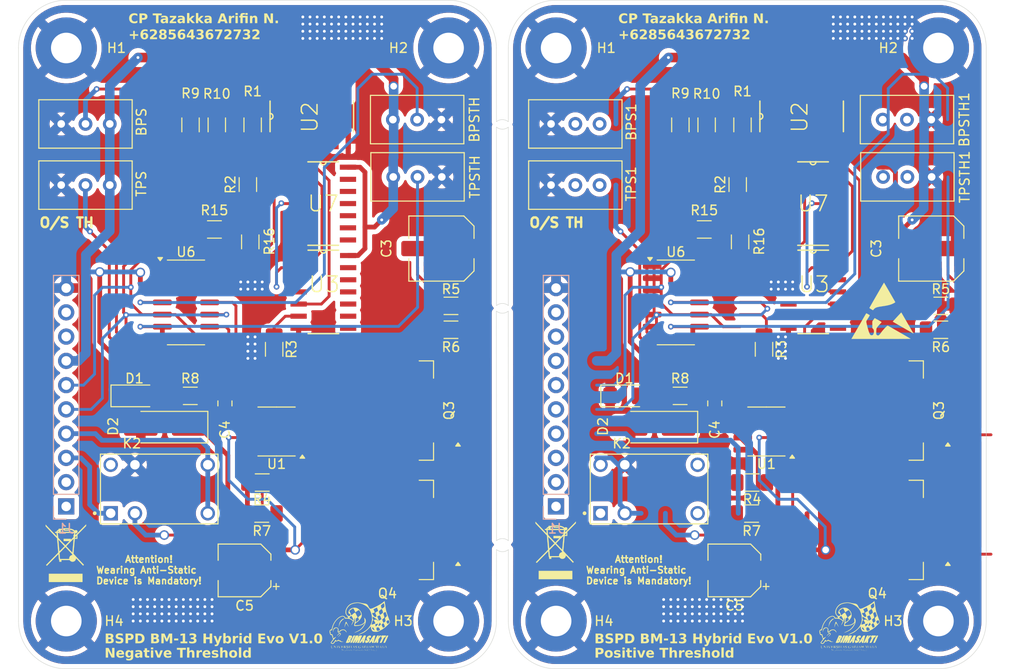
<source format=kicad_pcb>
(kicad_pcb (version 20241229) (generator "pcbnew") (generator_version "9.0")
  (layers (0 "F.Cu" signal) (2 "B.Cu" signal) (13 "F.Paste" user) (15 "B.Paste" user) (5 "F.SilkS" user "F.Silkscreen") (7 "B.SilkS" user "B.Silkscreen") (1 "F.Mask" user) (3 "B.Mask" user) (25 "Edge.Cuts" user))
  (net 0 "")
  (net 1 "GND")
  (net 2 "+5V")
  (net 3 "Net-(Q3-G)")
  (net 4 "Net-(U1-CV)")
  (net 5 "Net-(Q4-D)")
  (net 6 "Net-(Q3-D)")
  (net 7 "Net-(U2-1A)")
  (net 8 "Net-(U2-1B)")
  (net 9 "Net-(U2-1Y)")
  (net 11 "Net-(D1-A)")
  (net 12 "Net-(D2-K)")
  (net 22 "Net-(U3-2Y)")
  (net 23 "Net-(U6C-+)")
  (net 24 "Net-(U6D-+)")
  (net 25 "Net-(U3-1A)")
  (net 26 "Net-(U3-1B)")
  (net 27 "Net-(U6A--)")
  (net 30 "Net-(U3-1Y)")
  (net 32 "BrakePress")
  (net 35 "unconnected-(U3-3A-Pad9)")
  (net 36 "ThrottlePos")
  (net 37 "NC")
  (net 38 "COM")
  (net 39 "Net-(U7-1A)")
  (net 40 "Net-(U7-2A)")
  (net 53 "Net-(U6C--)")
  (net 54 "Net-(U6D--)")
  (footprint "TazCustomLogo:Bimsaklogo" (layer "F.Cu") (at 87.25 141.5)
    (property "Reference" "G***" (hide yes))
    (property "Value" "LOGO" (hide yes))
  )
  (footprint "Resistor_SMD:R_1206_3216Metric_Pad1.30x1.75mm_HandSolder" (layer "F.Cu") (at 76 89.05 -90)
    (property "Reference" "R1")
    (property "Value" "10K")
  )
  (footprint "Potentiometer_THT:Potentiometer_Bourns_3296W_Vertical" (layer "F.Cu") (at 141.96 94.5 180)
    (property "Reference" "TPSTH1")
    (property "Value" "R_Potentiometer_Trim")
  )
  (footprint "Resistor_SMD:R_1206_3216Metric_Pad1.30x1.75mm_HandSolder" (layer "F.Cu") (at 69.475 117.425)
    (property "Reference" "R8")
    (property "Value" "150")
  )
  (footprint "Resistor_SMD:R_1206_3216Metric_Pad1.30x1.75mm_HandSolder" (layer "F.Cu") (at 75.5 95.3 90)
    (property "Reference" "R2")
    (property "Value" "10K")
  )
  (footprint "Resistor_SMD:R_1206_3216Metric_Pad1.30x1.75mm_HandSolder" (layer "F.Cu") (at 76.95 129.75 180)
    (property "Reference" "R7")
    (property "Value" "1M")
  )
  (footprint "Potentiometer_THT:Potentiometer_Bourns_3296W_Vertical" (layer "F.Cu") (at 90.67 88.5 180)
    (property "Reference" "BPSTH")
    (property "Value" "R_Potentiometer_Trim")
  )
  (footprint "Potentiometer_THT:Potentiometer_Bourns_3296W_Vertical" (layer "F.Cu") (at 141.92 88.5 180)
    (property "Reference" "BPSTH1")
    (property "Value" "R_Potentiometer_Trim")
  )
  (footprint "Package_TO_SOT_SMD:TO-263-2" (layer "F.Cu") (at 90.1 131.46 180)
    (property "Reference" "Q4")
    (property "Value" "IRFS4127")
  )
  (footprint "Potentiometer_THT:Potentiometer_Bourns_3296W_Vertical" (layer "F.Cu") (at 61.05 88.95)
    (property "Reference" "BPS")
    (property "Value" "R_Potentiometer_Trim")
  )
  (footprint "Resistor_SMD:R_1206_3216Metric_Pad1.30x1.75mm_HandSolder" (layer "F.Cu") (at 96.75 108 180)
    (property "Reference" "R5")
    (property "Value" "100K")
  )
  (footprint "Diode_SMD:D_SMA_Handsoldering" (layer "F.Cu") (at 66.8 120.7 180)
    (property "Reference" "D2")
    (property "Value" "SS210")
  )
  (footprint "Symbol:ESD-Logo_6.6x6mm_SilkScreen" (layer "F.Cu") (at 141.9 108.5)
    (property "Reference" "REF**" (hide yes))
    (property "Value" "ESD-Logo_6.6x6mm_SilkScreen" (hide yes))
  )
  (footprint "74HC04D:SOIC127P600X175-14N" (layer "F.Cu") (at 83.3816 97.29)
    (property "Reference" "U7")
    (property "Value" "74HC04D")
  )
  (footprint "Resistor_SMD:R_1206_3216Metric_Pad1.30x1.75mm_HandSolder" (layer "F.Cu") (at 69.5 89.05 -90)
    (property "Reference" "R9")
    (property "Value" "1M")
  )
  (footprint "ADD ON:SOIC127P600X175-14N" (layer "F.Cu") (at 82.19 88.1592 90)
    (property "Reference" "U2")
    (property "Value" "74HC08D-T")
  )
  (footprint "Package_SO:SOIC-14_3.9x8.7mm_P1.27mm" (layer "F.Cu") (at 120.275 107.64)
    (property "Reference" "U6")
    (property "Value" "LM339")
  )
  (footprint "Resistor_SMD:R_1206_3216Metric_Pad1.30x1.75mm_HandSolder" (layer "F.Cu") (at 96.75 110.5 180)
    (property "Reference" "R6")
    (property "Value" "100K")
  )
  (footprint "Resistor_SMD:R_1206_3216Metric_Pad1.30x1.75mm_HandSolder" (layer "F.Cu") (at 129.5 112.55 -90)
    (property "Reference" "R3")
    (property "Value" "10K")
  )
  (footprint "Resistor_SMD:R_1206_3216Metric_Pad1.30x1.75mm_HandSolder" (layer "F.Cu") (at 126.75 95.3 90)
    (property "Reference" "R2")
    (property "Value" "10K")
  )
  (footprint "Resistor_SMD:R_1206_3216Metric_Pad1.30x1.75mm_HandSolder" (layer "F.Cu") (at 77 126.5 180)
    (property "Reference" "R4")
    (property "Value" "10K")
  )
  (footprint "Package_TO_SOT_SMD:TO-263-2" (layer "F.Cu") (at 90.1 118.96 180)
    (property "Reference" "Q3")
    (property "Value" "IRFS4127")
  )
  (footprint "LED_SMD:LED_1206_3216Metric_Pad1.42x1.75mm_HandSolder" (layer "F.Cu") (at 63.6375 117.425)
    (property "Reference" "D1")
    (property "Value" "LED")
  )
  (footprint "Potentiometer_THT:Potentiometer_Bourns_3296W_Vertical" (layer "F.Cu") (at 90.71 94.5 180)
    (property "Reference" "TPSTH")
    (property "Value" "R_Potentiometer_Trim")
  )
  (footprint "Capacitor_SMD:C_Elec_6.3x7.7" (layer "F.Cu") (at 147 102 180)
    (property "Reference" "C3")
    (property "Value" "100uF")
  )
  (footprint "MountingHole:MountingHole_3.2mm_M3_Pad_TopBottom" (layer "F.Cu") (at 56.5 81)
    (property "Reference" "H1")
    (property "Value" "MountingHole_Pad")
  )
  (footprint "Resistor_SMD:R_1206_3216Metric_Pad1.30x1.75mm_HandSolder" (layer "F.Cu") (at 123.25 100)
    (property "Reference" "R15")
    (property "Value" "10K")
  )
  (footprint "G5V-1_DC5:RELAY_G5V-1_DC5" (layer "F.Cu") (at 66.225 127.175)
    (property "Reference" "K2")
    (property "Value" "G5V-1_DC5")
  )
  (footprint "Resistor_SMD:R_1206_3216Metric_Pad1.30x1.75mm_HandSolder" (layer "F.Cu") (at 120.75 89.05 -90)
    (property "Reference" "R9")
    (property "Value" "1M")
  )
  (footprint "Package_TO_SOT_SMD:TO-263-2" (layer "F.Cu") (at 141.35 131.46 180)
    (property "Reference" "Q4")
    (property "Value" "IRFS4127")
  )
  (footprint "MountingHole:MountingHole_3.2mm_M3_Pad_TopBottom" (layer "F.Cu") (at 147.75 141)
    (property "Reference" "H3")
    (property "Value" "MountingHole_Pad")
  )
  (footprint "Package_SO:SOIC-8_3.9x4.9mm_P1.27mm" (layer "F.Cu") (at 129.75 121.155 180)
    (property "Reference" "U1")
    (property "Value" "NE555D")
  )
  (footprint "Symbol:WEEE-Logo_4.2x6mm_SilkScreen" (layer "F.Cu") (at 107.7 133.6)
    (property "Reference" "REF**" (hide yes))
    (property "Value" "WEEE-Logo_4.2x6mm_SilkScreen" (hide yes))
  )
  (footprint "Potentiometer_THT:Potentiometer_Bourns_3296W_Vertical" (layer "F.Cu") (at 112.3 88.95)
    (property "Reference" "BPS1")
    (property "Value" "R_Potentiometer_Trim")
  )
  (footprint "Resistor_SMD:R_1206_3216Metric_Pad1.30x1.75mm_HandSolder" (layer "F.Cu") (at 72 100)
    (property "Reference" "R15")
    (property "Value" "10K")
  )
  (footprint "Capacitor_SMD:CP_Elec_5x5.3" (layer "F.Cu") (at 75.15 135.7 180)
    (property "Reference" "C5")
    (property "Value" "10uF")
  )
  (footprint "Resistor_SMD:R_1206_3216Metric_Pad1.30x1.75mm_HandSolder" (layer "F.Cu") (at 127 101.3 -90)
    (property "Reference" "R16")
    (property "Value" "10K")
  )
  (footprint "MountingHole:MountingHole_3.2mm_M3_Pad_TopBottom" (layer "F.Cu") (at 96.5 141)
    (property "Reference" "H3")
    (property "Value" "MountingHole_Pad")
  )
  (footprint "Resistor_SMD:R_1206_3216Metric_Pad1.30x1.75mm_HandSolder" (layer "F.Cu") (at 128.25 126.5 180)
    (property "Reference" "R4")
    (property "Value" "10K")
  )
  (footprint "Capacitor_SMD:C_Elec_6.3x7.7" (layer "F.Cu") (at 95.75 102 180)
    (property "Reference" "C3")
    (property "Value" "100uF")
  )
  (footprint "Resistor_SMD:R_1206_3216Metric_Pad1.30x1.75mm_HandSolder" (layer "F.Cu") (at 123.5 89.05 -90)
    (property "Reference" "R10")
    (property "Value" "1M")
  )
  (footprint "Package_TO_SOT_SMD:TO-263-2" (layer "F.Cu") (at 141.35 118.96 180)
    (property "Reference" "Q3")
    (property "Value" "IRFS4127")
  )
  (footprint "Potentiometer_THT:Potentiometer_Bourns_3296W_Vertical" (layer "F.Cu") (at 61.05 95.35)
    (property "Reference" "TPS")
    (property "Value" "R_Potentiometer_Trim")
  )
  (footprint "MountingHole:MountingHole_3.2mm_M3_Pad_TopBottom" (layer "F.Cu") (at 56.5 141)
    (property "Reference" "H4")
    (property "Value" "MountingHole_Pad")
  )
  (footprint "Capacitor_SMD:C_0805_2012Metric_Pad1.18x1.45mm_HandSolder" (layer "F.Cu") (at 124.35 118.2125 90)
    (property "Reference" "C4")
    (property "Value" "1uF")
  )
  (footprint "Resistor_SMD:R_1206_3216Metric_Pad1.30x1.75mm_HandSolder" (layer "F.Cu") (at 72.25 89.05 -90)
    (property "Reference" "R10")
    (property "Value" "1M")
  )
  (footprint "Resistor_SMD:R_1206_3216Metric_Pad1.30x1.75mm_HandSolder" (layer "F.Cu") (at 75.75 101.3 -90)
    (property "Reference" "R16")
    (property "Value" "10K")
  )
  (footprint "Package_SO:SOIC-8_3.9x4.9mm_P1.27mm" (layer "F.Cu") (at 78.5 121.155 180)
    (property "Reference" "U1")
    (property "Value" "NE555D")
  )
  (footprint "MountingHole:MountingHole_3.2mm_M3_Pad_TopBottom" (layer "F.Cu") (at 107.75 141)
    (property "Reference" "H4")
    (property "Value" "MountingHole_Pad")
  )
  (footprint "ADD ON:SOIC127P600X175-14N" (layer "F.Cu") (at 134.65 106.54)
    (property "Reference" "U3")
    (property "Value" "74HC32D_653")
  )
  (footprint "Diode_SMD:D_SMA_Handsoldering" (layer "F.Cu") (at 118.05 120.7 180)
    (property "Reference" "D2")
    (property "Value" "SS210")
  )
  (footprint "ADD ON:SOIC127P600X175-14N" (layer "F.Cu") (at 83.4 106.54)
    (property "Reference" "U3")
    (property "Value" "74HC32D_653")
  )
  (footprint "Resistor_SMD:R_1206_3216Metric_Pad1.30x1.75mm_HandSolder" (layer "F.Cu") (at 128.2 129.75 180)
    (property "Reference" "R7")
    (property "Value" "1M")
  )
  (footprint "ADD ON:SOIC127P600X175-14N" (layer "F.Cu") (at 133.44 88.1592 90)
    (property "Reference" "U2")
    (property "Value" "74HC08D-T")
  )
  (footprint "MountingHole:MountingHole_3.2mm_M3_Pad_TopBottom" (layer "F.Cu") (at 107.75 81)
    (property "Reference" "H1")
    (property "Value" "MountingHole_Pad")
  )
  (footprint "MountingHole:MountingHole_3.2mm_M3_Pad_TopBottom" (layer "F.Cu") (at 147.75 81)
    (property "Reference" "H2")
    (property "Value" "MountingHole_Pad")
  )
  (footprint "74HC04D:SOIC127P600X175-14N" (layer "F.Cu") (at 134.6316 97.29)
    (property "Reference" "U7")
    (property "Value" "74HC04D")
  )
  (footprint "Package_SO:SOIC-14_3.9x8.7mm_P1.27mm" (layer "F.Cu") (at 69.025 107.64)
    (property "Reference" "U6")
    (property "Value" "LM339")
  )
  (footprint "Potentiometer_THT:Potentiometer_Bourns_3296W_Vertical" (layer "F.Cu") (at 112.3 95.35)
    (property "Reference" "TPS1")
    (property "Value" "R_Potentiometer_Trim")
  )
  (footprint "LED_SMD:LED_1206_3216Metric_Pad1.42x1.75mm_HandSolder" (layer "F.Cu") (at 114.8875 117.425)
    (property "Reference" "D1")
    (property "Value" "LED")
  )
  (footprint "MountingHole:MountingHole_3.2mm_M3_Pad_TopBottom" (layer "F.Cu") (at 96.5 81)
    (property "Reference" "H2")
    (property "Value" "MountingHole_Pad")
  )
  (footprint "Capacitor_SMD:C_0805_2012Metric_Pad1.18x1.45mm_HandSolder" (layer "F.Cu") (at 73.1 118.2125 90)
    (property "Reference" "C4")
    (property "Value" "1uF")
  )
  (footprint "Resistor_SMD:R_1206_3216Metric_Pad1.30x1.75mm_HandSolder" (layer "F.Cu") (at 120.725 117.425)
    (property "Reference" "R8")
    (property "Value" "150")
  )
  (footprint "Resistor_SMD:R_1206_3216Metric_Pad1.30x1.75mm_HandSolder" (layer "F.Cu") (at 127.25 89.05 -90)
    (property "Reference" "R1")
    (property "Value" "10K")
  )
  (footprint "Resistor_SMD:R_1206_3216Metric_Pad1.30x1.75mm_HandSolder" (layer "F.Cu") (at 148 108 180)
    (property "Reference" "R5")
    (property "Value" "100K")
  )
  (footprint "G5V-1_DC5:RELAY_G5V-1_DC5" (layer "F.Cu") (at 117.475 127.175)
    (property "Reference" "K2")
    (property "Value" "G5V-1_DC5")
  )
  (footprint "TazCustomLogo:Bimsaklogo" (layer "F.Cu") (at 138.5 141.5)
    (property "Reference" "G***" (hide yes))
    (property "Value" "LOGO" (hide yes))
  )
  (footprint "Symbol:WEEE-Logo_4.2x6mm_SilkScreen" (layer "F.Cu") (at 56.45 133.9)
    (property "Reference" "REF**" (hide yes))
    (property "Value" "WEEE-Logo_4.2x6mm_SilkScreen" (hide yes))
  )
  (footprint "Resistor_SMD:R_1206_3216Metric_Pad1.30x1.75mm_HandSolder" (layer "F.Cu") (at 148 110.5 180)
    (property "Reference" "R6")
    (property "Value" "100K")
  )
  (footprint "Resistor_SMD:R_1206_3216Metric_Pad1.30x1.75mm_HandSolder" (layer "F.Cu") (at 78.25 112.55 -90)
    (property "Reference" "R3")
    (property "Value" "10K")
  )
  (footprint "Capacitor_SMD:CP_Elec_5x5.3" (layer "F.Cu") (at 126.4 135.7 180)
    (property "Reference" "C5")
    (property "Value" "10uF")
  )
  (footprint "Connector_PinHeader_2.54mm:PinHeader_1x10_P2.54mm_Vertical" (layer "B.Cu") (at 107.74 129)
    (property "Reference" "J1")
    (property "Value" "Conn_01x10_Pin")
  )
  (footprint "Connector_PinHeader_2.54mm:PinHeader_1x10_P2.54mm_Vertical" (layer "B.Cu") (at 56.49 129)
    (property "Reference" "J1")
    (property "Value" "Conn_01x10_Pin")
  )
  (gr_arc (start 102.75 81) (mid 104.214466 77.464466) (end 107.75 76) (stroke (width 0.05)) (layer "Edge.Cuts"))
  (gr_line (start 51.5 81) (end 51.5 141) (stroke (width 0.05)) (layer "Edge.Cuts"))
  (gr_arc (start 56.5 146) (mid 52.964466 144.535534) (end 51.5 141) (stroke (width 0.05)) (layer "Edge.Cuts"))
  (gr_arc (start 102.75131 89.284769) (mid 102.128862 89.498845) (end 101.508371 89.279158) (stroke (width 0.05)) (layer "Edge.Cuts"))
  (gr_arc (start 101.513488 132.58186) (mid 102.135936 132.367784) (end 102.756427 132.587471) (stroke (width 0.05)) (layer "Edge.Cuts"))
  (gr_line (start 102.755772 133.526445) (end 102.75 141) (stroke (width 0.05)) (layer "Edge.Cuts"))
  (gr_line (start 101.5 81) (end 101.507061 88.715231) (stroke (width 0.05)) (layer "Edge.Cuts"))
  (gr_line (start 102.755768 132.587471) (end 102.742584 108.55445) (stroke (width 0.05)) (layer "Edge.Cuts"))
  (gr_arc (start 51.5 81) (mid 52.964466 77.464466) (end 56.5 76) (stroke (width 0.05)) (layer "Edge.Cuts"))
  (gr_arc (start 96.5 76) (mid 100.035534 77.464466) (end 101.5 81) (stroke (width 0.05)) (layer "Edge.Cuts"))
  (gr_arc (start 102.755773 133.526445) (mid 102.133325 133.740521) (end 101.512834 133.520834) (stroke (width 0.05)) (layer "Edge.Cuts"))
  (gr_line (start 102.75 88.720842) (end 102.75 81) (stroke (width 0.05)) (layer "Edge.Cuts"))
  (gr_arc (start 107.75 146) (mid 104.214466 144.535534) (end 102.75 141) (stroke (width 0.05)) (layer "Edge.Cuts"))
  (gr_line (start 96.5 76) (end 56.5 76) (stroke (width 0.05)) (layer "Edge.Cuts"))
  (gr_line (start 101.5 141) (end 101.512768 133.520834) (stroke (width 0.05)) (layer "Edge.Cuts"))
  (gr_arc (start 152.75 141) (mid 151.285534 144.535534) (end 147.75 146) (stroke (width 0.05)) (layer "Edge.Cuts"))
  (gr_arc (start 101.507061 88.715231) (mid 102.129509 88.501155) (end 102.75 88.720842) (stroke (width 0.05)) (layer "Edge.Cuts"))
  (gr_line (start 147.75 76) (end 107.75 76) (stroke (width 0.05)) (layer "Edge.Cuts"))
  (gr_arc (start 101.512225 107.964076) (mid 102.134673 107.75) (end 102.755164 107.969687) (stroke (width 0.05)) (layer "Edge.Cuts"))
  (gr_line (start 101.499647 108.548839) (end 101.512781 132.583239) (stroke (width 0.05)) (layer "Edge.Cuts"))
  (gr_arc (start 101.5 141) (mid 100.035534 144.535534) (end 96.5 146) (stroke (width 0.05)) (layer "Edge.Cuts"))
  (gr_line (start 107.75 146) (end 147.75 146) (stroke (width 0.05)) (layer "Edge.Cuts"))
  (gr_line (start 56.5 146) (end 96.5 146) (stroke (width 0.05)) (layer "Edge.Cuts"))
  (gr_arc (start 102.742586 108.55445) (mid 102.120138 108.768526) (end 101.499647 108.548839) (stroke (width 0.05)) (layer "Edge.Cuts"))
  (gr_line (start 102.75131 89.284769) (end 102.752625 107.969687) (stroke (width 0.05)) (layer "Edge.Cuts"))
  (gr_line (start 152.75 141) (end 152.75 81) (stroke (width 0.05)) (layer "Edge.Cuts"))
  (gr_line (start 101.509686 107.966083) (end 101.508371 89.279158) (stroke (width 0.05)) (layer "Edge.Cuts"))
  (gr_arc (start 147.75 76) (mid 151.285534 77.464466) (end 152.75 81) (stroke (width 0.05)) (layer "Edge.Cuts"))
  (gr_text "O/S TH\n" (at 53.575 99.875 0) (layer "F.SilkS") (effects (font (size 1 1) (thickness 0.25) (bold yes)) (justify left bottom)))
  (gr_text "Positive Threshold" (at 111.75 145 0) (layer "F.SilkS") (effects (font (size 1 1) (thickness 0.1)) (justify left bottom)))
  (gr_text "CP Tazakka Arifin N.\n+6285643672732" (at 114.25 80.25 0) (layer "F.SilkS") (effects (font (size 1 1) (thickness 0.25) (bold yes)) (justify left bottom)))
  (gr_text "Negative Threshold" (at 60.5 145 0) (layer "F.SilkS") (effects (font (size 1 1) (thickness 0.1)) (justify left bottom)))
  (gr_text "O/S TH\n" (at 104.825 99.875 0) (layer "F.SilkS") (effects (font (size 1 1) (thickness 0.25) (bold yes)) (justify left bottom)))
  (gr_text "BSPD BM-13 Hybrid Evo V1.0" (at 60.5 143.5 0) (layer "F.SilkS") (effects (font (size 1 1) (thickness 0.2) (bold yes)) (justify left bottom)))
  (gr_text "CP Tazakka Arifin N.\n+6285643672732" (at 63 80.25 0) (layer "F.SilkS") (effects (font (size 1 1) (thickness 0.25) (bold yes)) (justify left bottom)))
  (gr_text "Attention!\nWearing Anti-Static \nDevice is Mandatory!" (at 116.4 137.2 0) (layer "F.SilkS") (effects (font (size 0.7 0.7) (thickness 0.15) (bold yes)) (justify bottom)))
  (gr_text "Attention!\nWearing Anti-Static \nDevice is Mandatory!" (at 65.15 137.2 0) (layer "F.SilkS") (effects (font (size 0.7 0.7) (thickness 0.15) (bold yes)) (justify bottom)))
  (gr_text "BSPD BM-13 Hybrid Evo V1.0" (at 111.75 143.5 0) (layer "F.SilkS") (effects (font (size 1 1) (thickness 0.2) (bold yes)) (justify left bottom)))
  (via (at 67.25 138.75) (size 0.6) (drill 0.3) (layers "F.Cu" "B.Cu") (net 1))
  (via (at 140.5 79.25) (size 0.6) (drill 0.3) (layers "F.Cu" "B.Cu") (net 1))
  (via (at 64.25 140.25) (size 0.6) (drill 0.3) (layers "F.Cu" "B.Cu") (net 1))
  (via (at 131.75 106.25) (size 0.6) (drill 0.3) (layers "F.Cu" "B.Cu") (net 1))
  (via (at 136.75 78.5) (size 0.6) (drill 0.3) (layers "F.Cu" "B.Cu") (net 1))
  (via (at 71.75 138.75) (size 0.6) (drill 0.3) (layers "F.Cu" "B.Cu") (net 1))
  (via (at 141.25 78.5) (size 0.6) (drill 0.3) (layers "F.Cu" "B.Cu") (net 1))
  (via (at 82.75 80) (size 0.6) (drill 0.3) (layers "F.Cu" "B.Cu") (net 1))
  (via (at 123.5 139.5) (size 0.6) (drill 0.3) (layers "F.Cu" "B.Cu") (net 1))
  (via (at 122.75 139.5) (size 0.6) (drill 0.3) (layers "F.Cu" "B.Cu") (net 1))
  (via (at 131 111.25) (size 0.6) (drill 0.3) (layers "F.Cu" "B.Cu") (net 1))
  (via (at 125.75 141) (size 0.6) (drill 0.3) (layers "F.Cu" "B.Cu") (net 1))
  (via (at 83.5 80) (size 0.6) (drill 0.3) (layers "F.Cu" "B.Cu") (net 1))
  (via (at 86.5 80) (size 0.6) (drill 0.3) (layers "F.Cu" "B.Cu") (net 1))
  (via (at 121.25 141) (size 0.6) (drill 0.3) (layers "F.Cu" "B.Cu") (net 1))
  (via (at 84.25 77.75) (size 0.6) (drill 0.3) (layers "F.Cu" "B.Cu") (net 1))
  (via (at 65.75 141) (size 0.6) (drill 0.3) (layers "F.Cu" "B.Cu") (net 1))
  (via (at 82 78.5) (size 0.6) (drill 0.3) (layers "F.Cu" "B.Cu") (net 1))
  (via (at 67.25 141) (size 0.6) (drill 0.3) (layers "F.Cu" "B.Cu") (net 1))
  (via (at 126.5 138.75) (size 0.6) (drill 0.3) (layers "F.Cu" "B.Cu") (net 1))
  (via (at 88 79.25) (size 0.6) (drill 0.3) (layers "F.Cu" "B.Cu") (net 1))
  (via (at 145 79.25) (size 0.6) (drill 0.3) (layers "F.Cu" "B.Cu") (net 1))
  (via (at 131.75 113.5) (size 0.6) (drill 0.3) (layers "F.Cu" "B.Cu") (net 1))
  (via (at 122 139.5) (size 0.6) (drill 0.3) (layers "F.Cu" "B.Cu") (net 1))
  (via (at 89.5 79.25) (size 0.6) (drill 0.3) (layers "F.Cu" "B.Cu") (net 1))
  (via (at 67.25 140.25) (size 0.6) (drill 0.3) (layers "F.Cu" "B.Cu") (net 1))
  (via (at 131.75 112) (size 0.6) (drill 0.3) (layers "F.Cu" "B.Cu") (net 1))
  (via (at 136.75 77.75) (size 0.6) (drill 0.3) (layers "F.Cu" "B.Cu") (net 1))
  (via (at 82 79.25) (size 0.6) (drill 0.3) (layers "F.Cu" "B.Cu") (net 1))
  (via (at 66.5 141) (size 0.6) (drill 0.3) (layers "F.Cu" "B.Cu") (net 1))
  (via (at 119.75 140.25) (size 0.6) (drill 0.3) (layers "F.Cu" "B.Cu") (net 1))
  (via (at 139.75 78.5) (size 0.6) (drill 0.3) (layers "F.Cu" "B.Cu") (net 1))
  (via (at 132.5 106.25) (size 0.6) (drill 0.3) (layers "F.Cu" "B.Cu") (net 1))
  (via (at 143.5 79.25) (size 0.6) (drill 0.3) (layers "F.Cu" "B.Cu") (net 1))
  (via (at 119 139.5) (size 0.6) (drill 0.3) (layers "F.Cu" "B.Cu") (net 1))
  (via (at 121.25 139.5) (size 0.6) (drill 0.3) (layers "F.Cu" "B.Cu") (net 1))
  (via (at 88.75 78.5) (size 0.6) (drill 0.3) (layers "F.Cu" "B.Cu") (net 1))
  (via (at 65.75 138.75) (size 0.6) (drill 0.3) (layers "F.Cu" "B.Cu") (net 1))
  (via (at 75.5 112) (size 0.6) (drill 0.3) (layers "F.Cu" "B.Cu") (net 1))
  (via (at 123.5 141) (size 0.6) (drill 0.3) (layers "F.Cu" "B.Cu") (net 1))
  (via (at 131.75 111.25) (size 0.6) (drill 0.3) (layers "F.Cu" "B.Cu") (net 1))
  (via (at 63.5 139.5) (size 0.6) (drill 0.3) (layers "F.Cu" "B.Cu") (net 1))
  (via (at 136.75 80) (size 0.6) (drill 0.3) (layers "F.Cu" "B.Cu") (net 1))
  (via (at 121.25 138.75) (size 0.6) (drill 0.3) (layers "F.Cu" "B.Cu") (net 1))
  (via (at 66.5 139.5) (size 0.6) (drill 0.3) (layers "F.Cu" "B.Cu") (net 1))
  (via (at 145 80) (size 0.6) (drill 0.3) (layers "F.Cu" "B.Cu") (net 1))
  (via (at 77 105.5) (size 0.6) (drill 0.3) (layers "F.Cu" "B.Cu") (net 1))
  (via (at 84.25 79.25) (size 0.6) (drill 0.3) (layers "F.Cu" "B.Cu") (net 1))
  (via (at 85 78.5) (size 0.6) (drill 0.3) (layers "F.Cu" "B.Cu") (net 1))
  (via (at 144.25 77.75) (size 0.6) (drill 0.3) (layers "F.Cu" "B.Cu") (net 1))
  (via (at 75.5 112.75) (size 0.6) (drill 0.3) (layers "F.Cu" "B.Cu") (net 1))
  (via (at 88 80) (size 0.6) (drill 0.3) (layers "F.Cu" "B.Cu") (net 1))
  (via (at 69.5 139.5) (size 0.6) (drill 0.3) (layers "F.Cu" "B.Cu") (net 1))
  (via (at 142 77.75) (size 0.6) (drill 0.3) (layers "F.Cu" "B.Cu") (net 1))
  (via (at 63.5 138.75) (size 0.6) (drill 0.3) (layers "F.Cu" "B.Cu") (net 1))
  (via (at 82 77.75) (size 0.6) (drill 0.3) (layers "F.Cu" "B.Cu") (net 1))
  (via (at 140.5 77.75) (size 0.6) (drill 0.3) (layers "F.Cu" "B.Cu") (net 1))
  (via (at 82.75 77.75) (size 0.6) (drill 0.3) (layers "F.Cu" "B.Cu") (net 1))
  (via (at 65 141) (size 0.6) (drill 0.3) (layers "F.Cu" "B.Cu") (net 1))
  (via (at 119 141) (size 0.6) (drill 0.3) (layers "F.Cu" "B.Cu") (net 1))
  (via (at 137.5 79.25) (size 0.6) (drill 0.3) (layers "F.Cu" "B.Cu") (net 1))
  (via (at 63.5 140.25) (size 0.6) (drill 0.3) (layers "F.Cu" "B.Cu") (net 1))
  (via (at 125.75 138.75) (size 0.6) (drill 0.3) (layers "F.Cu" "B.Cu") (net 1))
  (via (at 81.25 78.5) (size 0.6) (drill 0.3) (layers "F.Cu" "B.Cu") (net 1))
  (via (at 137.5 80) (size 0.6) (drill 0.3) (layers "F.Cu" "B.Cu") (net 1))
  (via (at 142.75 79.25) (size 0.6) (drill 0.3) (layers "F.Cu" "B.Cu") (net 1))
  (via (at 131 106.25) (size 0.6) (drill 0.3) (layers "F.Cu" "B.Cu") (net 1))
  (via (at 131 112) (size 0.6) (drill 0.3) (layers "F.Cu" "B.Cu") (net 1))
  (via (at 122.75 140.25) (size 0.6) (drill 0.3) (layers "F.Cu" "B.Cu") (net 1))
  (via (at 122 140.25) (size 0.6) (drill 0.3) (layers "F.Cu" "B.Cu") (net 1))
  (via (at 125 139.5) (size 0.6) (drill 0.3) (layers "F.Cu" "B.Cu") (net 1))
  (via (at 70.25 138.75) (size 0.6) (drill 0.3) (layers "F.Cu" "B.Cu") (net 1))
  (via (at 63.5 141) (size 0.6) (drill 0.3) (layers "F.Cu" "B.Cu") (net 1))
  (via (at 144.25 80) (size 0.6) (drill 0.3) (layers "F.Cu" "B.Cu") (net 1))
  (via (at 85.75 79.25) (size 0.6) (drill 0.3) (layers "F.Cu" "B.Cu") (net 1))
  (via (at 69.5 138.75) (size 0.6) (drill 0.3) (layers "F.Cu" "B.Cu") (net 1))
  (via (at 64.25 139.5) (size 0.6) (drill 0.3) (layers "F.Cu" "B.Cu") (net 1))
  (via (at 76.25 112.75) (size 0.6) (drill 0.3) (layers "F.Cu" "B.Cu") (net 1))
  (via (at 88 78.5) (size 0.6) (drill 0.3) (layers "F.Cu" "B.Cu") (net 1))
  (via (at 86.5 79.25) (size 0.6) (drill 0.3) (layers "F.Cu" "B.Cu") (net 1))
  (via (at 121.25 140.25) (size 0.6) (drill 0.3) (layers "F.Cu" "B.Cu") (net 1))
  (via (at 142.75 77.75) (size 0.6) (drill 0.3) (layers "F.Cu" "B.Cu") (net 1))
  (via (at 125 138.75) (size 0.6) (drill 0.3) (layers "F.Cu" "B.Cu") (net 1))
  (via (at 119.75 139.5) (size 0.6) (drill 0.3) (layers "F.Cu" "B.Cu") (net 1))
  (via (at 138.25 80) (size 0.6) (drill 0.3) (layers "F.Cu" "B.Cu") (net 1))
  (via (at 82 80) (size 0.6) (drill 0.3) (layers "F.Cu" "B.Cu") (net 1))
  (via (at 69.5 141) (size 0.6) (drill 0.3) (layers "F.Cu" "B.Cu") (net 1))
  (via (at 85 77.75) (size 0.6) (drill 0.3) (layers "F.Cu" "B.Cu") (net 1))
  (via (at 83.5 79.25) (size 0.6) (drill 0.3) (layers "F.Cu" "B.Cu") (net 1))
  (via (at 120.5 141) (size 0.6) (drill 0.3) (layers "F.Cu" "B.Cu") (net 1))
  (via (at 69.5 140.25) (size 0.6) (drill 0.3) (layers "F.Cu" "B.Cu") (net 1))
  (via (at 123.5 140.25) (size 0.6) (drill 0.3) (layers "F.Cu" "B.Cu") (net 1))
  (via (at 141.25 80) (size 0.6) (drill 0.3) (layers "F.Cu" "B.Cu") (net 1))
  (via (at 70.25 140.25) (size 0.6) (drill 0.3) (layers "F.Cu" "B.Cu") (net 1))
  (via (at 77 106.25) (size 0.6) (drill 0.3) (layers "F.Cu" "B.Cu") (net 1))
  (via (at 141.25 79.25) (size 0.6) (drill 0.3) (layers "F.Cu" "B.Cu") (net 1))
  (via (at 125.75 140.25) (size 0.6) (drill 0.3) (layers "F.Cu" "B.Cu") (net 1))
  (via (at 75.5 111.25) (size 0.6) (drill 0.3) (layers "F.Cu" "B.Cu") (net 1))
  (via (at 131 105.5) (size 0.6) (drill 0.3) (layers "F.Cu" "B.Cu") (net 1))
  (via (at 119.75 138.75) (size 0.6) (drill 0.3) (layers "F.Cu" "B.Cu") (net 1))
  (via (at 74.75 105.5) (size 0.6) (drill 0.3) (layers "F.Cu" "B.Cu") (net 1))
  (via (at 142 80) (size 0.6) (drill 0.3) (layers "F.Cu" "B.Cu") (net 1))
  (via (at 142 79.25) (size 0.6) (drill 0.3) (layers "F.Cu" "B.Cu") (net 1))
  (via (at 87.25 78.5) (size 0.6) (drill 0.3) (layers "F.Cu" "B.Cu") (net 1))
  (via (at 123.5 138.75) (size 0.6) (drill 0.3) (layers "F.Cu" "B.Cu") (net 1))
  (via (at 68 139.5) (size 0.6) (drill 0.3) (layers "F.Cu" "B.Cu") (net 1))
  (via (at 139.75 77.75) (size 0.6) (drill 0.3) (layers "F.Cu" "B.Cu") (net 1))
  (via (at 122.75 138.75) (size 0.6) (drill 0.3) (layers "F.Cu" "B.Cu") (net 1))
  (via (at 65.75 139.5) (size 0.6) (drill 0.3) (layers "F.Cu" "B.Cu") (net 1))
  (via (at 82.75 78.5) (size 0.6) (drill 0.3) (layers "F.Cu" "B.Cu") (net 1))
  (via (at 85.75 78.5) (size 0.6) (drill 0.3) (layers "F.Cu" "B.Cu") (net 1))
  (via (at 139 79.25) (size 0.6) (drill 0.3) (layers "F.Cu" "B.Cu") (net 1))
  (via (at 64.25 141) (size 0.6) (drill 0.3) (layers "F.Cu" "B.Cu") (net 1))
  (via (at 119.75 141) (size 0.6) (drill 0.3) (layers "F.Cu" "B.Cu") (net 1))
  (via (at 126.5 141) (size 0.6) (drill 0.3) (layers "F.Cu" "B.Cu") (net 1))
  (via (at 127.25 138.75) (size 0.6) (drill 0.3) (layers "F.Cu" "B.Cu") (net 1))
  (via (at 84.25 80) (size 0.6) (drill 0.3) (layers "F.Cu" "B.Cu") (net 1))
  (via (at 87.25 80) (size 0.6) (drill 0.3) (layers "F.Cu" "B.Cu") (net 1))
  (via (at 131.75 105.5) (size 0.6) (drill 0.3) (layers "F.Cu" "B.Cu") (net 1))
  (via (at 131 113.5) (size 0.6) (drill 0.3) (layers "F.Cu" "B.Cu") (net 1))
  (via (at 124.25 141) (size 0.6) (drill 0.3) (layers "F.Cu" "B.Cu") (net 1))
  (via (at 143.5 78.5) (size 0.6) (drill 0.3) (layers "F.Cu" "B.Cu") (net 1))
  (via (at 84.25 78.5) (size 0.6) (drill 0.3) (layers "F.Cu" "B.Cu") (net 1))
  (via (at 143.5 80) (size 0.6) (drill 0.3) (layers "F.Cu" "B.Cu") (net 1))
  (via (at 65.75 140.25) (size 0.6) (drill 0.3) (layers "F.Cu" "B.Cu") (net 1))
  (via (at 81.25 79.25) (size 0.6) (drill 0.3) (layers "F.Cu" "B.Cu") (net 1))
  (via (at 71 141) (size 0.6) (drill 0.3) (layers "F.Cu" "B.Cu") (net 1))
  (via (at 68 140.25) (size 0.6) (drill 0.3) (layers "F.Cu" "B.Cu") (net 1))
  (via (at 130.25 105.5) (size 0.6) (drill 0.3) (layers "F.Cu" "B.Cu") (net 1))
  (via (at 139.75 79.25) (size 0.6) (drill 0.3) (layers "F.Cu" "B.Cu") (net 1))
  (via (at 124.25 140.25) (size 0.6) (drill 0.3) (layers "F.Cu" "B.Cu") (net 1))
  (via (at 127.25 140.25) (size 0.6) (drill 0.3) (layers "F.Cu" "B.Cu") (net 1))
  (via (at 68.75 140.25) (size 0.6) (drill 0.3) (layers "F.Cu" "B.Cu") (net 1))
  (via (at 89.5 77.75) (size 0.6) (drill 0.3) (layers "F.Cu" "B.Cu") (net 1))
  (via (at 125.75 139.5) (size 0.6) (drill 0.3) (layers "F.Cu" "B.Cu") (net 1))
  (via (at 76.25 111.25) (size 0.6) (drill 0.3) (layers "F.Cu" "B.Cu") (net 1))
  (via (at 145 78.5) (size 0.6) (drill 0.3) (layers "F.Cu" "B.Cu") (net 1))
  (via (at 126.5 140.25) (size 0.6) (drill 0.3) (layers "F.Cu" "B.Cu") (net 1))
  (via (at 145 77.75) (size 0.6) (drill 0.3) (layers "F.Cu" "B.Cu") (net 1))
  (via (at 74.75 106.25) (size 0.6) (drill 0.3) (layers "F.Cu" "B.Cu") (net 1))
  (via (at 139 77.75) (size 0.6) (drill 0.3) (layers "F.Cu" "B.Cu") (net 1))
  (via (at 120.5 139.5) (size 0.6) (drill 0.3) (layers "F.Cu" "B.Cu") (net 1))
  (via (at 85.75 80) (size 0.6) (drill 0.3) (layers "F.Cu" "B.Cu") (net 1))
  (via (at 68.75 138.75) (size 0.6) (drill 0.3) (layers "F.Cu" "B.Cu") (net 1))
  (via (at 86.5 77.75) (size 0.6) (drill 0.3) (layers "F.Cu" "B.Cu") (net 1))
  (via (at 138.25 77.75) (size 0.6) (drill 0.3) (layers "F.Cu" "B.Cu") (net 1))
  (via (at 81.25 80) (size 0.6) (drill 0.3) (layers "F.Cu" "B.Cu") (net 1))
  (via (at 130.25 106.25) (size 0.6) (drill 0.3) (layers "F.Cu" "B.Cu") (net 1))
  (via (at 137.5 78.5) (size 0.6) (drill 0.3) (layers "F.Cu" "B.Cu") (net 1))
  (via (at 64.25 138.75) (size 0.6) (drill 0.3) (layers "F.Cu" "B.Cu") (net 1))
  (via (at 142 78.5) (size 0.6) (drill 0.3) (layers "F.Cu" "B.Cu") (net 1))
  (via (at 71.75 141) (size 0.6) (drill 0.3) (layers "F.Cu" "B.Cu") (net 1))
  (via (at 75.5 106.25) (size 0.6) (drill 0.3) (layers "F.Cu" "B.Cu") (net 1))
  (via (at 87.25 77.75) (size 0.6) (drill 0.3) (layers "F.Cu" "B.Cu") (net 1))
  (via (at 70.25 139.5) (size 0.6) (drill 0.3) (layers "F.Cu" "B.Cu") (net 1))
  (via (at 89.5 78.5) (size 0.6) (drill 0.3) (layers "F.Cu" "B.Cu") (net 1))
  (via (at 132.5 105.5) (size 0.6) (drill 0.3) (layers "F.Cu" "B.Cu") (net 1))
  (via (at 83.5 77.75) (size 0.6) (drill 0.3) (layers "F.Cu" "B.Cu") (net 1))
  (via (at 139 80) (size 0.6) (drill 0.3) (layers "F.Cu" "B.Cu") (net 1))
  (via (at 88.75 79.25) (size 0.6) (drill 0.3) (layers "F.Cu" "B.Cu") (net 1))
  (via (at 75.5 105.5) (size 0.6) (drill 0.3) (layers "F.Cu" "B.Cu") (net 1))
  (via (at 76.25 113.5) (size 0.6) (drill 0.3) (layers "F.Cu" "B.Cu") (net 1))
  (via (at 144.25 78.5) (size 0.6) (drill 0.3) (layers "F.Cu" "B.Cu") (net 1))
  (via (at 82.75 79.25) (size 0.6) (drill 0.3) (layers "F.Cu" "B.Cu") (net 1))
  (via (at 68.75 139.5) (size 0.6) (drill 0.3) (layers "F.Cu" "B.Cu") (net 1))
  (via (at 65 140.25) (size 0.6) (drill 0.3) (layers "F.Cu" "B.Cu") (net 1))
  (via (at 124.25 138.75) (size 0.6) (drill 0.3) (layers "F.Cu" "B.Cu") (net 1))
  (via (at 142.75 78.5) (size 0.6) (drill 0.3) (layers "F.Cu" "B.Cu") (net 1))
  (via (at 137.5 77.75) (size 0.6) (drill 0.3) (layers "F.Cu" "B.Cu") (net 1))
  (via (at 71.75 139.5) (size 0.6) (drill 0.3) (layers "F.Cu" "B.Cu") (net 1))
  (via (at 65 139.5) (size 0.6) (drill 0.3) (layers "F.Cu" "B.Cu") (net 1))
  (via (at 88 77.75) (size 0.6) (drill 0.3) (layers "F.Cu" "B.Cu") (net 1))
  (via (at 71 139.5) (size 0.6) (drill 0.3) (layers "F.Cu" "B.Cu") (net 1))
  (via (at 71 138.75) (size 0.6) (drill 0.3) (layers "F.Cu" "B.Cu") (net 1))
  (via (at 65 138.75) (size 0.6) (drill 0.3) (layers "F.Cu" "B.Cu") (net 1))
  (via (at 75.5 113.5) (size 0.6) (drill 0.3) (layers "F.Cu" "B.Cu") (net 1))
  (via (at 119 138.75) (size 0.6) (drill 0.3) (layers "F.Cu" "B.Cu") (net 1))
  (via (at 76.25 106.25) (size 0.6) (drill 0.3) (layers "F.Cu" "B.Cu") (net 1))
  (via (at 144.25 79.25) (size 0.6) (drill 0.3) (layers "F.Cu" "B.Cu") (net 1))
  (via (at 66.5 140.25) (size 0.6) (drill 0.3) (layers "F.Cu" "B.Cu") (net 1))
  (via (at 120.5 138.75) (size 0.6) (drill 0.3) (layers "F.Cu" "B.Cu") (net 1))
  (via (at 139.75 80) (size 0.6) (drill 0.3) (layers "F.Cu" "B.Cu") (net 1))
  (via (at 89.5 80) (size 0.6) (drill 0.3) (layers "F.Cu" "B.Cu") (net 1))
  (via (at 127.25 141) (size 0.6) (drill 0.3) (layers "F.Cu" "B.Cu") (net 1))
  (via (at 88.75 77.75) (size 0.6) (drill 0.3) (layers "F.Cu" "B.Cu") (net 1))
  (via (at 66.5 138.75) (size 0.6) (drill 0.3) (layers "F.Cu" "B.Cu") (net 1))
  (via (at 81.25 77.75) (size 0.6) (drill 0.3) (layers "F.Cu" "B.Cu") (net 1))
  (via (at 70.25 141) (size 0.6) (drill 0.3) (layers "F.Cu" "B.Cu") (net 1))
  (via (at 136.75 79.25) (size 0.6) (drill 0.3) (layers "F.Cu" "B.Cu") (net 1))
  (via (at 140.5 80) (size 0.6) (drill 0.3) (layers "F.Cu" "B.Cu") (net 1))
  (via (at 142.75 80) (size 0.6) (drill 0.3) (layers "F.Cu" "B.Cu") (net 1))
  (via (at 88.75 80) (size 0.6) (drill 0.3) (layers "F.Cu" "B.Cu") (net 1))
  (via (at 140.5 78.5) (size 0.6) (drill 0.3) (layers "F.Cu" "B.Cu") (net 1))
  (via (at 143.5 77.75) (size 0.6) (drill 0.3) (layers "F.Cu" "B.Cu") (net 1))
  (via (at 131 112.75) (size 0.6) (drill 0.3) (layers "F.Cu" "B.Cu") (net 1))
  (via (at 124.25 139.5) (size 0.6) (drill 0.3) (layers "F.Cu" "B.Cu") (net 1))
  (via (at 68 141) (size 0.6) (drill 0.3) (layers "F.Cu" "B.Cu") (net 1))
  (via (at 127.25 139.5) (size 0.6) (drill 0.3) (layers "F.Cu" "B.Cu") (net 1))
  (via (at 85 79.25) (size 0.6) (drill 0.3) (layers "F.Cu" "B.Cu") (net 1))
  (via (at 138.25 79.25) (size 0.6) (drill 0.3) (layers "F.Cu" "B.Cu") (net 1))
  (via (at 126.5 139.5) (size 0.6) (drill 0.3) (layers "F.Cu" "B.Cu") (net 1))
  (via (at 68 138.75) (size 0.6) (drill 0.3) (layers "F.Cu" "B.Cu") (net 1))
  (via (at 71 140.25) (size 0.6) (drill 0.3) (layers "F.Cu" "B.Cu") (net 1))
  (via (at 68.75 141) (size 0.6) (drill 0.3) (layers "F.Cu" "B.Cu") (net 1))
  (via (at 85 80) (size 0.6) (drill 0.3) (layers "F.Cu" "B.Cu") (net 1))
  (via (at 122.75 141) (size 0.6) (drill 0.3) (layers "F.Cu" "B.Cu") (net 1))
  (via (at 87.25 79.25) (size 0.6) (drill 0.3) (layers "F.Cu" "B.Cu") (net 1))
  (via (at 85.75 77.75) (size 0.6) (drill 0.3) (layers "F.Cu" "B.Cu") (net 1))
  (via (at 131.75 112.75) (size 0.6) (drill 0.3) (layers "F.Cu" "B.Cu") (net 1))
  (via (at 138.25 78.5) (size 0.6) (drill 0.3) (layers "F.Cu" "B.Cu") (net 1))
  (via (at 122 141) (size 0.6) (drill 0.3) (layers "F.Cu" "B.Cu") (net 1))
  (via (at 120.5 140.25) (size 0.6) (drill 0.3) (layers "F.Cu" "B.Cu") (net 1))
  (via (at 141.25 77.75) (size 0.6) (drill 0.3) (layers "F.Cu" "B.Cu") (net 1))
  (via (at 119 140.25) (size 0.6) (drill 0.3) (layers "F.Cu" "B.Cu") (net 1))
  (via (at 86.5 78.5) (size 0.6) (drill 0.3) (layers "F.Cu" "B.Cu") (net 1))
  (via (at 76.25 105.5) (size 0.6) (drill 0.3) (layers "F.Cu" "B.Cu") (net 1))
  (via (at 125 140.25) (size 0.6) (drill 0.3) (layers "F.Cu" "B.Cu") (net 1))
  (via (at 76.25 112) (size 0.6) (drill 0.3) (layers "F.Cu" "B.Cu") (net 1))
  (via (at 71.75 140.25) (size 0.6) (drill 0.3) (layers "F.Cu" "B.Cu") (net 1))
  (via (at 122 138.75) (size 0.6) (drill 0.3) (layers "F.Cu" "B.Cu") (net 1))
  (via (at 67.25 139.5) (size 0.6) (drill 0.3) (layers "F.Cu" "B.Cu") (net 1))
  (via (at 83.5 78.5) (size 0.6) (drill 0.3) (layers "F.Cu" "B.Cu") (net 1))
  (via (at 125 141) (size 0.6) (drill 0.3) (layers "F.Cu" "B.Cu") (net 1))
  (via (at 139 78.5) (size 0.6) (drill 0.3) (layers "F.Cu" "B.Cu") (net 1))
  (segment (start 80.975 119.25) (end 80.975 118.25) (width 0.5) (layer "F.Cu") (net 2))
  (segment (start 60 111.75) (end 60 104.45) (width 0.5) (layer "F.Cu") (net 2))
  (segment (start 74.25 93.5) (end 74.25 89) (width 0.5) (layer "F.Cu") (net 2))
  (segment (start 130.95 129.7) (end 130.9 129.75) (width 0.5) (layer "F.Cu") (net 2))
  (segment (start 136.475 118.25) (end 135.475 117.25) (width 0.5) (layer "F.Cu") (net 2))
  (segment (start 143.25 102) (end 142.52 102.73) (width 0.5) (layer "F.Cu") (net 2))
  (segment (start 125.95 99.3) (end 127.25 98) (width 0.5) (layer "F.Cu") (net 2))
  (segment (start 144.25 99.75) (end 143.25 99.75) (width 0.5) (layer "F.Cu") (net 2))
  (segment (start 135.475 117.25) (end 132.25 117.25) (width 0.5) (layer "F.Cu") (net 2))
  (segment (start 87.75 94) (end 87.75 99.75) (width 0.5) (layer "F.Cu") (net 2))
  (segment (start 143.25 99.75) (end 143.25 102) (width 0.5) (layer "F.Cu") (net 2))
  (segment (start 120.37 106.37) (end 123.38 106.37) (width 0.5) (layer "F.Cu") (net 2))
  (segment (start 74.25 87.75) (end 74.5 87.5) (width 0.5) (layer "F.Cu") (net 2))
  (segment (start 133.75 82) (end 133.88 82.13) (width 1) (layer "F.Cu") (net 2))
  (segment (start 132.94 123.06) (end 133.25 122.75) (width 0.5) (layer "F.Cu") (net 2))
  (segment (start 78.38 85.5684) (end 76.6816 85.5684) (width 0.5) (layer "F.Cu") (net 2))
  (segment (start 77.75 121.26005) (end 79.76005 119.25) (width 0.5) (layer "F.Cu") (net 2))
  (segment (start 130.95 125.05) (end 131.525 124.475) (width 0.5) (layer "F.Cu") (net 2))
  (segment (start 145 99) (end 144.25 99.75) (width 0.5) (layer "F.Cu") (net 2))
  (segment (start 87.23 93.48) (end 87.75 94) (width 0.5) (layer "F.Cu") (net 2))
  (segment (start 78.25 82) (end 64 82) (width 1) (layer "F.Cu") (net 2))
  (segment (start 130 87.5) (end 131.5 87.5) (width 0.5) (layer "F.Cu") (net 2))
  (segment (start 64.25 104.5) (end 64.25 105.75) (width 0.5) (layer "F.Cu") (net 2))
  (segment (start 142.52 102.73) (end 141.4908 102.73) (width 0.5) (layer "F.Cu") (net 2))
  (segment (start 146.25 85) (end 146.25 84.25) (width 1) (layer "F.Cu") (net 2))
  (segment (start 132.25 117.25) (end 129.25 114.25) (width 0.5) (layer "F.Cu") (net 2))
  (segment (start 76 86.25) (end 76 87.5) (width 0.5) (layer "F.Cu") (net 2))
  (segment (start 133.88 82.13) (end 133.88 85.5684) (width 0.5) (layer "F.Cu") (net 2))
  (segment (start 79.76005 119.25) (end 80.975 119.25) (width 0.5) (layer "F.Cu") (net 2))
  (segment (start 69.5 100.95) (end 70.45 100) (width 0.5) (layer "F.Cu") (net 2))
  (segment (start 62.5 114.25) (end 60 111.75) (width 0.5) (layer "F.Cu") (net 2))
  (segment (start 74.25 89) (end 74.25 87.75) (width 0.5) (layer "F.Cu") (net 2))
  (segment (start 129.45 87.5) (end 125 87.5) (width 0.5) (layer "F.Cu") (net 2))
  (segment (start 90.75 85) (end 90.75 84.25) (width 1) (layer "F.Cu") (net 2))
  (segment (start 125.95 100) (end 125.95 99.3) (width 0.5) (layer "F.Cu") (net 2))
  (segment (start 74.5 87.5) (end 76 87.5) (width 0.5) (layer "F.Cu") (net 2))
  (segment (start 131 93.75) (end 130 93.75) (width 0.5) (layer "F.Cu") (net 2))
  (segment (start 129.75 87.75) (end 130 87.5) (width 0.5) (layer "F.Cu") (net 2))
  (segment (start 87.02 102.73) (end 85.9908 102.73) (width 0.5) (layer "F.Cu") (net 2))
  (segment (start 75.45 126.5) (end 75.45 125.05) (width 0.5) (layer "F.Cu") (net 2))
  (segment (start 75.25 98) (end 75.75 98.5) (width 0.5) (layer "F.Cu") (net 2))
  (segment (start 131.25 98.5) (end 131.25 99.75) (width 0.5) (layer "F.Cu") (net 2))
  (segment (start 131.525 119.25) (end 128.6 119.25) (width 0.5) (layer "F.Cu") (net 2))
  (segment (start 77.44 123.06) (end 77.75 122.75) (width 0.5) (layer "F.Cu") (net 2))
  (segment (start 87.75 102) (end 87.02 102.73) (width 0.5) (layer "F.Cu") (net 2))
  (segment (start 130.95 126.5) (end 130.95 125.05) (width 0.5) (layer "F.Cu") (net 2))
  (segment (start 133.88 85.5684) (end 132.1816 85.5684) (width 0.5) (layer "F.Cu") (net 2))
  (segment (start 76.025 124.475) (end 76.025 123.06) (width 0.5) (layer "F.Cu") (net 2))
  (segment (start 129.45 87.5) (end 129.5 87.5) (width 0.5) (layer "F.Cu") (net 2))
  (segment (start 127.25 98) (end 130.75 98) (width 0.5) (layer "F.Cu") (net 2))
  (segment (start 88.5 82) (end 78.25 82) (width 1) (layer "F.Cu") (net 2))
  (segment (start 130.75 98) (end 131.25 98.5) (width 0.5) (layer "F.Cu") (net 2))
  (segment (start 130 87.5) (end 129.45 87.5) (width 0.5) (layer "F.Cu") (net 2))
  (segment (start 77.75 122.75) (end 77.75 121.26005) (width 0.5) (layer "F.Cu") (net 2))
  (segment (start 131.5 86.25) (end 131.5 87.5) (width 0.5) (layer "F.Cu") (net 2))
  (segment (start 70.45 100) (end 70.45 99.3) (width 0.5) (layer "F.Cu") (net 2))
  (segment (start 143.25 94) (end 143.25 99.75) (width 0.5) (layer "F.Cu") (net 2))
  (segment (start 90.75 84.25) (end 88.5 82) (width 1) (layer "F.Cu") (net 2))
  (segment (start 130 93.75) (end 129.75 93.5) (width 0.5) (layer "F.Cu") (net 2))
  (segment (start 71.75 98) (end 75.25 98) (width 0.5) (layer "F.Cu") (net 2))
  (segment (start 75.75 98.5) (end 75.75 99.75) (width 0.5) (layer "F.Cu") (net 2))
  (segment (start 115.5 111.75) (end 115.5 104.45) (width 0.5) (layer "F.Cu") (net 2))
  (segment (start 141.4724 93.48) (end 142.73 93.48) (width 0.5) (layer "F.Cu") (net 2))
  (segment (start 133.25 121.26005) (end 135.26005 119.25) (width 0.5) (layer "F.Cu") (net 2))
  (segment (start 135.26005 119.25) (end 136.475 119.25) (width 0.5) (layer "F.Cu") (net 2))
  (segment (start 87.75 99.75) (end 87.75 102) (width 0.5) (layer "F.Cu") (net 2))
  (segment (start 125 100.95) (end 125.95 100) (width 0.5) (layer "F.Cu") (net 2))
  (segment (start 78.38 82.13) (end 78.38 85.5684) (width 0.5) (layer "F.Cu") (net 2))
  (segment (start 125 104.75) (end 125 100.95) (width 0.5) (layer "F.Cu") (net 2))
  (segment (start 76.6816 85.5684) (end 76 86.25) (width 0.5) (layer "F.Cu") (net 2))
  (segment (start 129.25 114.25) (end 118 114.25) (width 0.5) (layer "F.Cu") (net 2))
  (segment (start 69.5 104.75) (end 69.5 100.95) (width 0.5) (layer "F.Cu") (net 2))
  (segment (start 70.45 99.3) (end 71.75 98) (width 0.5) (layer "F.Cu") (net 2))
  (segment (start 131.525 123.06) (end 132.94 123.06) (width 0.5) (layer "F.Cu") (net 2))
  (segment (start 146.25 84.25) (end 144 82) (width 1) (layer "F.Cu") (net 2))
  (segment (start 133.25 122.75) (end 133.25 121.26005) (width 0.5) (layer "F.Cu") (net 2))
  (segment (start 75.5 93.75) (end 74.5 93.75) (width 0.5) (layer "F.Cu") (net 2))
  (segment (start 133.75 82) (end 119.5 82) (width 1) (layer "F.Cu") (net 2))
  (segment (start 119.75 105.75) (end 120.37 106.37) (width 0.5) (layer "F.Cu") (net 2))
  (segment (start 129.75 93.5) (end 129.75 89) (width 0.5) (layer "F.Cu") (net 2))
  (segment (start 64.87 106.37) (end 67.88 106.37) (width 0.5) (layer "F.Cu") (net 2))
  (segment (start 129.75 89) (end 129.75 87.75) (width 0.5) (layer "F.Cu") (net 2))
  (segment (start 75.45 125.05) (end 76.025 124.475) (width 0.5) (layer "F.Cu") (net 2))
  (segment (start 76.025 123.06) (end 77.44 123.06) (width 0.5) (layer "F.Cu") (net 2))
  (segment (start 142.73 93.48) (end 143.25 94) (width 0.5) (layer "F.Cu") (net 2))
  (segment (start 129.5 87.5) (end 129.75 87.75) (width 0.5) (layer "F.Cu") (net 2))
  (segment (start 89.5 99) (end 88.75 99.75) (width 0.5) (layer "F.Cu") (net 2))
  (segment (start 75.45 126.5) (end 75.45 129.7) (width 0.5) (layer "F.Cu") (net 2))
  (segment (start 74.5 93.75) (end 74.25 93.5) (width 0.5) (layer "F.Cu") (net 2))
  (segment (start 73.75 114.25) (end 62.5 114.25) (width 0.5) (layer "F.Cu") (net 2))
  (segment (start 136.475 119.25) (end 136.475 118.25) (width 0.5) (layer "F.Cu") (net 2))
  (segment (start 131.525 124.475) (end 131.525 123.06) (width 0.5) (layer "F.Cu") (net 2))
  (segment (start 75.45 129.7) (end 75.4 129.75) (width 0.5) (layer "F.Cu") (net 2))
  (segment (start 130.95 126.5) (end 130.95 129.7) (width 0.5) (layer "F.Cu") (net 2))
  (segment (start 80.975 118.25) (end 79.975 117.25) (width 0.5) (layer "F.Cu") (net 2))
  (segment (start 64.25 105.75) (end 64.87 106.37) (width 0.5) (layer "F.Cu") (net 2))
  (segment (start 67.88 106.37) (end 69.5 104.75) (width 0.5) (layer "F.Cu") (net 2))
  (segment (start 123.38 106.37) (end 125 104.75) (width 0.5) (layer "F.Cu") (net 2))
  (segment (start 144 82) (end 133.75 82) (width 1) (layer "F.Cu") (net 2))
  (segment (start 118 114.25) (end 115.5 111.75) (width 0.5) (layer "F.Cu") (net 2))
  (segment (start 85.9724 93.48) (end 87.23 93.48) (width 0.5) (layer "F.Cu") (net 2))
  (segment (start 119.75 104.5) (end 119.75 105.75) (width 0.5) (layer "F.Cu") (net 2))
  (segment (start 79.975 117.25) (end 76.75 117.25) (width 0.5) (layer "F.Cu") (net 2))
  (segment (start 88.75 99.75) (end 87.75 99.75) (width 0.5) (layer "F.Cu") (net 2))
  (segment (start 132.1816 85.5684) (end 131.5 86.25) (width 0.5) (layer "F.Cu") (net 2))
  (segment (start 78.25 82) (end 78.38 82.13) (width 1) (layer "F.Cu") (net 2))
  (segment (start 76.75 117.25) (end 73.75 114.25) (width 0.5) (layer "F.Cu") (net 2))
  (via (at 119.5 82) (size 0.6) (drill 0.3) (layers "F.Cu" "B.Cu") (net 2))
  (via (at 64.25 104.5) (size 1) (drill 0.7) (layers "F.Cu" "B.Cu") (net 2))
  (via (at 145 99) (size 0.6) (drill 0.3) (layers "F.Cu" "B.Cu") (net 2))
  (via (at 89.5 99) (size 0.6) (drill 0.3) (layers "F.Cu" "B.Cu") (net 2))
  (via (at 146.25 85) (size 1) (drill 0.7) (layers "F.Cu" "B.Cu") (net 2))
  (via (at 90.75 85) (size 1) (drill 0.7) (layers "F.Cu" "B.Cu") (net 2))
  (via (at 119.75 104.5) (size 1) (drill 0.7) (layers "F.Cu" "B.Cu") (net 2))
  (via (at 64 82) (size 0.6) (drill 0.3) (layers "F.Cu" "B.Cu") (net 2))
  (via (at 115.5 104.45) (size 1) (drill 0.7) (layers "F.Cu" "B.Cu") (net 2))
  (via (at 60 104.45) (size 1) (drill 0.7) (layers "F.Cu" "B.Cu") (net 2))
  (segment (start 89.5 99) (end 90.71 97.79) (width 1) (layer "B.Cu") (net 2))
  (segment (start 64 82) (end 61.05 84.95) (width 1) (layer "B.Cu") (net 2))
  (segment (start 116.55 100.15) (end 114.05 102.65) (width 1) (layer "B.Cu") (net 2))
  (segment (start 61.05 100.15) (end 58.55 102.65) (width 1) (layer "B.Cu") (net 2))
  (segment (start 90.71 97.79) (end 90.71 95.75) (width 1) (layer "B.Cu") (net 2))
  (segment (start 119.7 104.45) (end 119.75 104.5) (width 0.5) (layer "B.Cu") (net 2))
  (segment (start 146.21 92.49) (end 146.21 95.75) (width 1) (layer "B.Cu") (net 2))
  (segment (start 58.55 112.96) (end 57.75 113.76) (width 1) (layer "B.Cu") (net 2))
  (segment (start 119.5 82) (end 116.55 84.95) (width 1) (layer "B.Cu") (net 2))
  (segment (start 60 104.45) (end 58.55 104.45) (width 0.5) (layer "B.Cu") (net 2))
  (segment (start 115.5 104.45) (end 114.05 104.45) (width 0.5) (layer "B.Cu") (net 2))
  (segment (start 64.2 104.45) (end 64.25 104.5) (width 0.5) (layer "B.Cu") (net 2))
  (segment (start 114.05 112.96) (end 113.25 113.76) (width 1) (layer "B.Cu") (net 2))
  (segment (start 116.55 84.95) (end 116.55 100.15) (width 1) (layer "B.Cu") (net 2))
  (segment (start 57.75 113.76) (end 56.49 113.76) (width 1) (layer "B.Cu") (net 2))
  (segment (start 90.75 92.45) (end 90.71 92.49) (width 1) (layer "B.Cu") (net 2))
  (segment (start 114.05 102.65) (end 114.05 112.96) (width 1) (layer "B.Cu") (net 2))
  (segment (start 60 104.45) (end 64.2 104.45) (width 0.5) (layer "B.Cu") (net 2))
  (segment (start 90.71 92.49) (end 90.71 95.75) (width 1) (layer "B.Cu") (net 2))
  (segment (start 61.05 84.95) (end 61.05 100.15) (width 1) (layer "B.Cu") (net 2))
  (segment (start 113.25 113.76) (end 111.99 113.76) (width 1) (layer "B.Cu") (net 2))
  (segment (start 90.75 85) (end 90.75 92.45) (width 1) (layer "B.Cu") (net 2))
  (segment (start 115.5 104.45) (end 119.7 104.45) (width 0.5) (layer "B.Cu") (net 2))
  (segment (start 58.55 102.65) (end 58.55 112.96) (width 1) (layer "B.Cu") (net 2))
  (segment (start 146.25 85) (end 146.25 92.45) (width 1) (layer "B.Cu") (net 2))
  (segment (start 146.25 92.45) (end 146.21 92.49) (width 1) (layer "B.Cu") (net 2))
  (segment (start 145 99) (end 146.21 97.79) (width 1) (layer "B.Cu") (net 2))
  (segment (start 146.21 97.79) (end 146.21 95.75) (width 1) (layer "B.Cu") (net 2))
  (segment (start 95.2 106.7) (end 93.25 104.75) (width 0.3) (layer "F.Cu") (net 3))
  (segment (start 149.5 112.5) (end 149.5 120.5) (width 0.3) (layer "F.Cu") (net 3))
  (segment (start 94 112.5) (end 94 120.5) (width 0.3) (layer "F.Cu") (net 3))
  (segment (start 150.7 111.3) (end 150.7 106.7) (width 0.3) (layer "F.Cu") (net 3))
  (segment (start 94 112.5) (end 95.2 111.3) (width 0.3) (layer "F.Cu") (net 3))
  (segment (start 94 133.25) (end 94.75 134) (width 0.3) (layer "F.Cu") (net 3))
  (segment (start 149.5 120.5) (end 149.5 120.75) (width 0.3) (layer "F.Cu") (net 3))
  (segment (start 94 120.5) (end 94 133.25) (width 0.3) (layer "F.Cu") (net 3))
  (segment (start 93.25 104.75) (end 93.25 102.0375) (width 0.3) (layer "F.Cu") (net 3))
  (segment (start 95.2 111.3) (end 95.2 106.7) (width 0.3) (layer "F.Cu") (net 3))
  (segment (start 149.5 120.5) (end 149.5 133.25) (width 0.3) (layer "F.Cu") (net 3))
  (segment (start 150.25 121.5) (end 153.25 121.5) (width 0.3) (layer "F.Cu") (net 3))
  (segment (start 94 120.5) (end 94 120.75) (width 0.3) (layer "F.Cu") (net 3))
  (segment (start 93.25 102.0375) (end 93.2125 102) (width 0.3) (layer "F.Cu") (net 3))
  (segment (start 133.75 114.1) (end 137.525 114.1) (width 0.3) (layer "F.Cu") (net 3))
  (segment (start 148.75 104.75) (end 148.75 102.0375) (width 0.3) (layer "F.Cu") (net 3))
  (segment (start 139.125 112.5) (end 149.5 112.5) (width 0.3) (layer "F.Cu") (net 3))
  (segment (start 94.75 134) (end 97.75 134) (width 0.3) (layer "F.Cu") (net 3))
  (segment (start 150.7 106.7) (end 148.75 104.75) (width 0.3) (layer "F.Cu") (net 3))
  (segment (start 82.025 114.1) (end 83.625 112.5) (width 0.3) (layer "F.Cu") (net 3))
  (segment (start 148.75 102.0375) (end 148.7125 102) (width 0.3) (layer "F.Cu") (net 3))
  (segment (start 83.625 112.5) (end 94 112.5) (width 0.3) (layer "F.Cu") (net 3))
  (segment (start 94 120.75) (end 94.75 121.5) (width 0.3) (layer "F.Cu") (net 3))
  (segment (start 78.25 114.1) (end 82.025 114.1) (width 0.3) (layer "F.Cu") (net 3))
  (segment (start 94.75 121.5) (end 97.75 121.5) (width 0.3) (layer "F.Cu") (net 3))
  (segment (start 149.5 133.25) (end 150.25 134) (width 0.3) (layer "F.Cu") (net 3))
  (segment (start 137.525 114.1) (end 139.125 112.5) (width 0.3) (layer "F.Cu") (net 3))
  (segment (start 149.5 112.5) (end 150.7 111.3) (width 0.3) (layer "F.Cu") (net 3))
  (segment (start 149.5 120.75) (end 150.25 121.5) (width 0.3) (layer "F.Cu") (net 3))
  (segment (start 150.25 134) (end 153.25 134) (width 0.3) (layer "F.Cu") (net 3))
  (segment (start 76.025 119.25) (end 73.1 119.25) (width 0.5) (layer "F.Cu") (net 4))
  (segment (start 134 129.75) (end 134 133.55) (width 0.5) (layer "F.Cu") (net 5))
  (segment (start 138.04 131.46) (end 144.1 131.46) (width 0.3) (layer "F.Cu") (net 5))
  (segment (start 73.5 121.79) (end 76.025 121.79) (width 0.3) (layer "F.Cu") (net 5))
  (segment (start 135.95 133.55) (end 134 133.55) (width 0.5) (layer "F.Cu") (net 5))
  (segment (start 77.35 134.7) (end 77.35 135.7) (width 0.5) (layer "F.Cu") (net 5))
  (segment (start 131.525 121.79) (end 131.525 120.52) (width 0.5) (layer "F.Cu") (net 5))
  (segment (start 129 121.79) (end 131.525 121.79) (width 0.3) (layer "F.Cu") (net 5))
  (segment (start 135.95 133.55) (end 138.04 131.46) (width 0.3) (layer "F.Cu") (net 5))
  (segment (start 80.45 133.55) (end 82.54 131.46) (width 0.3) (layer "F.Cu") (net 5))
  (segment (start 78.5 133.55) (end 77.35 134.7) (width 0.5) (layer "F.Cu") (net 5))
  (segment (start 132.85 134.7) (end 132.85 135.7) (width 0.5) (layer "F.Cu") (net 5))
  (segment (start 78.5 129.75) (end 78.5 133.55) (width 0.5) (layer "F.Cu") (net 5))
  (segment (start 82.54 131.46) (end 88.6 131.46) (width 0.3) (layer "F.Cu") (net 5))
  (segment (start 134 133.55) (end 132.85 134.7) (width 0.5) (layer "F.Cu") (net 5))
  (segment (start 80.45 133.55) (end 78.5 133.55) (width 0.5) (layer "F.Cu") (net 5))
  (segment (start 76.025 121.79) (end 76.025 120.52) (width 0.5) (layer "F.Cu") (net 5))
  (via (at 73.5 121.79) (size 0.6) (drill 0.3) (layers "F.Cu" "B.Cu") (net 5))
  (via (at 80.45 133.55) (size 1) (drill 0.7) (layers "F.Cu" "B.Cu") (net 5))
  (via (at 135.95 133.55) (size 1) (drill 0.7) (layers "F.Cu" "B.Cu") (net 5))
  (via (at 129 121.79) (size 0.6) (drill 0.3) (layers "F.Cu" "B.Cu") (net 5))
  (segment (start 80.4 133.5) (end 80.45 133.55) (width 0.3) (layer "B.Cu") (net 5))
  (segment (start 73.5 126.25) (end 75.5 128.25) (width 0.3) (layer "B.Cu") (net 5))
  (segment (start 77.5 128.25) (end 80.4 131.15) (width 0.3) (layer "B.Cu") (net 5))
  (segment (start 135.9 131.15) (end 135.9 133.5) (width 0.3) (layer "B.Cu") (net 5))
  (segment (start 133 128.25) (end 135.9 131.15) (width 0.3) (layer "B.Cu") (net 5))
  (segment (start 75.5 128.25) (end 77.5 128.25) (width 0.3) (layer "B.Cu") (net 5))
  (segment (start 129 126.25) (end 131 128.25) (width 0.3) (layer "B.Cu") (net 5))
  (segment (start 135.9 133.5) (end 135.95 133.55) (width 0.3) (layer "B.Cu") (net 5))
  (segment (start 129 121.79) (end 129 126.25) (width 0.3) (layer "B.Cu") (net 5))
  (segment (start 131 128.25) (end 133 128.25) (width 0.3) (layer "B.Cu") (net 5))
  (segment (start 73.5 121.79) (end 73.5 126.25) (width 0.3) (layer "B.Cu") (net 5))
  (segment (start 80.4 131.15) (end 80.4 133.5) (width 0.3) (layer "B.Cu") (net 5))
  (segment (start 134.05 126.5) (end 136.5 126.5) (width 0.3) (layer "F.Cu") (net 6))
  (segment (start 134.75 122.04) (end 134.75 124.1) (width 0.3) (layer "F.Cu") (net 6))
  (segment (start 79.25 124.1) (end 78.55 124.8) (width 0.3) (layer "F.Cu") (net 6))
  (segment (start 141.265 121.735) (end 141.675 121.735) (width 0.3) (layer "F.Cu") (net 6))
  (segment (start 136.475 121.79) (end 135 121.79) (width 0.3) (layer "F.Cu") (net 6))
  (segment (start 134.05 124.8) (end 134.05 126.5) (width 0.3) (layer "F.Cu") (net 6))
  (segment (start 79.25 122.04) (end 79.25 124.1) (width 0.3) (layer "F.Cu") (net 6))
  (segment (start 134.75 124.1) (end 134.05 124.8) (width 0.3) (layer "F.Cu") (net 6))
  (segment (start 78.55 124.8) (end 78.55 126.5) (width 0.3) (layer "F.Cu") (net 6))
  (segment (start 81 126.5) (end 85.765 121.735) (width 0.3) (layer "F.Cu") (net 6))
  (segment (start 85.765 121.735) (end 86.175 121.735) (width 0.3) (layer "F.Cu") (net 6))
  (segment (start 135 121.79) (end 134.75 122.04) (width 0.3) (layer "F.Cu") (net 6))
  (segment (start 136.5 126.5) (end 141.265 121.735) (width 0.3) (layer "F.Cu") (net 6))
  (segment (start 79.5 121.79) (end 79.25 122.04) (width 0.3) (layer "F.Cu") (net 6))
  (segment (start 78.55 126.5) (end 81 126.5) (width 0.3) (layer "F.Cu") (net 6))
  (segment (start 80.975 121.79) (end 79.5 121.79) (width 0.3) (layer "F.Cu") (net 6))
  (segment (start 76.25 95.25) (end 72 95.25) (width 0.3) (layer "F.Cu") (net 7))
  (segment (start 123 98.75) (end 123 101.25) (width 0.3) (layer "F.Cu") (net 7))
  (segment (start 131.65 90.75) (end 131.5 90.6) (width 0.3) (layer "F.Cu") (net 7))
  (segment (start 70.25 97) (end 69.25 97) (width 0.3) (layer "F.Cu") (net 7))
  (segment (start 133 93.25) (end 133 94) (width 0.3) (layer "F.Cu") (net 7))
  (segment (start 67.5 98.75) (end 67.5 101.25) (width 0.3) (layer "F.Cu") (net 7))
  (segment (start 123 101.25) (end 122.05 102.2) (width 0.3) (layer "F.Cu") (net 7))
  (segment (start 133.88 90.75) (end 131.65 90.75) (width 0.3) (layer "F.Cu") (net 7))
  (segment (start 77.5 93.25) (end 77.5 94) (width 0.3) (layer "F.Cu") (net 7))
  (segment (start 131.75 95.25) (end 127.5 95.25) (width 0.3) (layer "F.Cu") (net 7))
  (segment (start 76.15 90.75) (end 76 90.6) (width 0.3) (layer "F.Cu") (net 7))
  (segment (start 69.25 97) (end 67.5 98.75) (width 0.3) (layer "F.Cu") (net 7))
  (segment (start 78.38 90.75) (end 78.38 92.37) (width 0.3) (layer "F.Cu") (net 7))
  (segment (start 133.88 92.37) (end 133 93.25) (width 0.3) (layer "F.Cu") (net 7))
  (segment (start 127.5 95.25) (end 125.75 97) (width 0.3) (layer "F.Cu") (net 7))
  (segment (start 125.75 97) (end 124.75 97) (width 0.3) (layer "F.Cu") (net 7))
  (segment (start 77.5 94) (end 76.25 95.25) (width 0.3) (layer "F.Cu") (net 7))
  (segment (start 78.38 92.37) (end 77.5 93.25) (width 0.3) (layer "F.Cu") (net 7))
  (segment (start 67.5 101.25) (end 66.55 102.2) (width 0.3) (layer "F.Cu") (net 7))
  (segment (start 124.75 97) (end 123 98.75) (width 0.3) (layer "F.Cu") (net 7))
  (segment (start 133 94) (end 131.75 95.25) (width 0.3) (layer "F.Cu") (net 7))
  (segment (start 66.55 102.2) (end 66.55 103.83) (width 0.3) (layer "F.Cu") (net 7))
  (segment (start 122.05 102.2) (end 122.05 103.83) (width 0.3) (layer "F.Cu") (net 7))
  (segment (start 133.88 90.75) (end 133.88 92.37) (width 0.3) (layer "F.Cu") (net 7))
  (segment (start 78.38 90.75) (end 76.15 90.75) (width 0.3) (layer "F.Cu") (net 7))
  (segment (start 72 95.25) (end 70.25 97) (width 0.3) (layer "F.Cu") (net 7))
  (segment (start 126.694974 97) (end 131 97) (width 0.3) (layer "F.Cu") (net 8))
  (segment (start 78.25 93.75) (end 79.65 92.35) (width 0.3) (layer "F.Cu") (net 8))
  (segment (start 133.75 94.25) (end 133.75 93.75) (width 0.3) (layer "F.Cu") (net 8))
  (segment (start 75.5 97) (end 78.25 94.25) (width 0.3) (layer "F.Cu") (net 8))
  (segment (start 65.775 105.1) (end 67.65 105.1) (width 0.3) (layer "F.Cu") (net 8))
  (segment (start 67.65 105.1) (end 68.5 104.25) (width 0.3) (layer "F.Cu") (net 8))
  (segment (start 69.75 97.75) (end 70.444974 97.75) (width 0.3) (layer "F.Cu") (net 8))
  (segment (start 71.194974 97) (end 75.5 97) (width 0.3) (layer "F.Cu") (net 8))
  (segment (start 133.75 93.75) (end 135.15 92.35) (width 0.3) (layer "F.Cu") (net 8))
  (segment (start 121.275 105.1) (end 123.15 105.1) (width 0.3) (layer "F.Cu") (net 8))
  (segment (start 124 99) (end 125.25 97.75) (width 0.3) (layer "F.Cu") (net 8))
  (segment (start 70.444974 97.75) (end 71.194974 97) (width 0.3) (layer "F.Cu") (net 8))
  (segment (start 68.5 104.25) (end 68.5 99) (width 0.3) (layer "F.Cu") (net 8))
  (segment (start 78.25 94.25) (end 78.25 93.75) (width 0.3) (layer "F.Cu") (net 8))
  (segment (start 135.15 92.35) (end 135.15 90.75) (width 0.3) (layer "F.Cu") (net 8))
  (segment (start 123.15 105.1) (end 124 104.25) (width 0.3) (layer "F.Cu") (net 8))
  (segment (start 125.25 97.75) (end 125.944974 97.75) (width 0.3) (layer "F.Cu") (net 8))
  (segment (start 125.944974 97.75) (end 126.694974 97) (width 0.3) (layer "F.Cu") (net 8))
  (segment (start 68.5 99) (end 69.75 97.75) (width 0.3) (layer "F.Cu") (net 8))
  (segment (start 124 104.25) (end 124 99) (width 0.3) (layer "F.Cu") (net 8))
  (segment (start 79.65 92.35) (end 79.65 90.75) (width 0.3) (layer "F.Cu") (net 8))
  (segment (start 131 97) (end 133.75 94.25) (width 0.3) (layer "F.Cu") (net 8))
  (segment (start 139.5 94.8716) (end 136.42 91.7916) (width 0.3) (layer "F.Cu") (net 9))
  (segment (start 80.8092 107.81) (end 83.19 107.81) (width 0.3) (layer "F.Cu") (net 9))
  (segment (start 80.92 91.7916) (end 80.92 90.75) (width 0.3) (layer "F.Cu") (net 9))
  (segment (start 136.3092 107.81) (end 138.69 107.81) (width 0.3) (layer "F.Cu") (net 9))
  (segment (start 84 107) (end 84 94.8716) (width 0.3) (layer "F.Cu") (net 9))
  (segment (start 139.5 107) (end 139.5 94.8716) (width 0.3) (layer "F.Cu") (net 9))
  (segment (start 136.42 91.7916) (end 136.42 90.75) (width 0.3) (layer "F.Cu") (net 9))
  (segment (start 83.19 107.81) (end 84 107) (width 0.3) (layer "F.Cu") (net 9))
  (segment (start 138.69 107.81) (end 139.5 107) (width 0.3) (layer "F.Cu") (net 9))
  (segment (start 84 94.8716) (end 80.92 91.7916) (width 0.3) (layer "F.Cu") (net 9))
  (segment (start 123.425 117.425) (end 120.625 117.425) (width 0.5) (layer "F.Cu") (net 11))
  (segment (start 67.925 117.425) (end 65.125 117.425) (width 0.5) (layer "F.Cu") (net 11))
  (segment (start 77 125.25) (end 78.5 123.75) (width 0.3) (layer "F.Cu") (net 12))
  (segment (start 125.225 119.975) (end 128.9 123.65) (width 0.5) (layer "F.Cu") (net 12))
  (segment (start 122.25 132) (end 128.55 132) (width 0.3) (layer "F.Cu") (net 12))
  (segment (start 78.5 123.75) (end 78.5 121.5) (width 0.3) (layer "F.Cu") (net 12))
  (segment (start 69.3 120.7) (end 69.3 120.075) (width 0.5) (layer "F.Cu") (net 12))
  (segment (start 132.5 131.25) (end 132.5 125.25) (width 0.3) (layer "F.Cu") (net 12))
  (segment (start 124.8 120.7) (end 124.8 120.075) (width 0.5) (layer "F.Cu") (net 12))
  (segment (start 69.3 120.075) (end 71.025 118.35) (width 0.5) (layer "F.Cu") (net 12))
  (segment (start 79.48 120.52) (end 80.975 120.52) (width 0.3) (layer "F.Cu") (net 12))
  (segment (start 77 131.25) (end 77 125.25) (width 0.3) (layer "F.Cu") (net 12))
  (segment (start 128.9 131.6) (end 128.9 132) (width 0.5) (layer "F.Cu") (net 12))
  (segment (start 73.4 132) (end 76.25 132) (width 0.3) (layer "F.Cu") (net 12))
  (segment (start 128.9 131.65) (end 129.25 132) (width 0.5) (layer "F.Cu") (net 12))
  (segment (start 73.4 123.65) (end 73.4 132) (width 0.5) (layer "F.Cu") (net 12))
  (segment (start 126.525 118.35) (end 126.525 117.425) (width 0.5) (layer "F.Cu") (net 12))
  (segment (start 66.75 132) (end 73.4 132) (width 0.3) (layer "F.Cu") (net 12))
  (segment (start 128.9 123.65) (end 128.9 131.6) (width 0.5) (layer "F.Cu") (net 12))
  (segment (start 71.025 118.35) (end 71.025 117.425) (width 0.5) (layer "F.Cu") (net 12))
  (segment (start 132.5 125.25) (end 134 123.75) (width 0.3) (layer "F.Cu") (net 12))
  (segment (start 128.55 132) (end 128.9 132) (width 0.5) (layer "F.Cu") (net 12))
  (segment (start 124.8 120.075) (end 126.525 118.35) (width 0.5) (layer "F.Cu") (net 12))
  (segment (start 129.25 132) (end 128.9 132) (width 0.5) (layer "F.Cu") (net 12))
  (segment (start 129.35 132) (end 131.75 132) (width 0.3) (layer "F.Cu") (net 12))
  (segment (start 134.98 120.52) (end 136.475 120.52) (width 0.3) (layer "F.Cu") (net 12))
  (segment (start 128.9 131.65) (end 128.55 132) (width 0.5) (layer "F.Cu") (net 12))
  (segment (start 78.5 121.5) (end 79.48 120.52) (width 0.3) (layer "F.Cu") (net 12))
  (segment (start 134 123.75) (end 134 121.5) (width 0.3) (layer "F.Cu") (net 12))
  (segment (start 131.75 132) (end 132.5 131.25) (width 0.3) (layer "F.Cu") (net 12))
  (segment (start 128.9 131.6) (end 128.9 131.65) (width 0.5) (layer "F.Cu") (net 12))
  (segment (start 69.725 119.975) (end 73.4 123.65) (width 0.5) (layer "F.Cu") (net 12))
  (segment (start 134 121.5) (end 134.98 120.52) (width 0.3) (layer "F.Cu") (net 12))
  (segment (start 76.25 132) (end 77 131.25) (width 0.3) (layer "F.Cu") (net 12))
  (via (at 122.25 132) (size 1) (drill 0.7) (layers "F.Cu" "B.Cu") (net 12))
  (via (at 66.75 132) (size 1) (drill 0.7) (layers "F.Cu" "B.Cu") (net 12))
  (segment (start 122.25 132) (end 120.325 132) (width 0.5) (layer "B.Cu") (net 12))
  (segment (start 66.75 132) (end 64.825 132) (width 0.5) (layer "B.Cu") (net 12))
  (segment (start 119.185 130.86) (end 119.185 129.715) (width 0.5) (layer "B.Cu") (net 12))
  (segment (start 64.825 132) (end 63.685 130.86) (width 0.5) (layer "B.Cu") (net 12))
  (segment (start 63.685 130.86) (end 63.685 129.715) (width 0.5) (layer "B.Cu") (net 12))
  (segment (start 120.325 132) (end 119.185 130.86) (width 0.5) (layer "B.Cu") (net 12))
  (segment (start 79.42 109.08) (end 80.8092 109.08) (width 0.3) (layer "F.Cu") (net 22))
  (segment (start 78.25 110.25) (end 79.42 109.08) (width 0.3) (layer "F.Cu") (net 22))
  (segment (start 78.25 111) (end 78.25 110.25) (width 0.3) (layer "F.Cu") (net 22))
  (segment (start 73.89 107.64) (end 71.1684 107.64) (width 0.3) (layer "F.Cu") (net 23))
  (segment (start 74.25 108) (end 73.89 107.64) (width 0.3) (layer "F.Cu") (net 23))
  (segment (start 61 111.25) (end 63 113.25) (width 0.3) (layer "F.Cu") (net 23))
  (segment (start 73.25 113.25) (end 74.25 112.25) (width 0.3) (layer "F.Cu") (net 23))
  (segment (start 58.9875 100.2125) (end 61 102.225) (width 0.3) (layer "F.Cu") (net 23))
  (segment (start 74.25 112.25) (end 74.25 108) (width 0.3) (layer "F.Cu") (net 23))
  (segment (start 61 102.225) (end 61 111.25) (width 0.3) (layer "F.Cu") (net 23))
  (segment (start 63 113.25) (end 73.25 113.25) (width 0.3) (layer "F.Cu") (net 23))
  (via (at 58.9875 100.2125) (size 0.6) (drill 0.3) (layers "F.Cu" "B.Cu") (net 23))
  (segment (start 58.5 95.36) (end 58.51 95.35) (width 0.5) (layer "B.Cu") (net 23))
  (segment (start 58.9875 100.2125) (end 58.5 99.725) (width 0.5) (layer "B.Cu") (net 23))
  (segment (start 58.5 99.725) (end 58.5 95.36) (width 0.5) (layer "B.Cu") (net 23))
  (segment (start 59.675 85.3) (end 65.425 85.3) (width 0.3) (layer "F.Cu") (net 24))
  (segment (start 73.5 112) (end 73.5 110.5) (width 0.3) (layer "F.Cu") (net 24))
  (segment (start 61.75 110.75) (end 63.5 112.5) (width 0.3) (layer "F.Cu") (net 24))
  (segment (start 66.75 95.5) (end 64.25 98) (width 0.3) (layer "F.Cu") (net 24))
  (segment (start 65.425 85.3) (end 66.75 86.625) (width 0.3) (layer "F.Cu") (net 24))
  (segment (start 73.18 110.18) (end 71.1684 110.18) (width 0.3) (layer "F.Cu") (net 24))
  (segment (start 64.25 98) (end 64.25 101) (width 0.3) (layer "F.Cu") (net 24))
  (segment (start 63.5 112.5) (end 73 112.5) (width 0.3) (layer "F.Cu") (net 24))
  (segment (start 73 112.5) (end 73.5 112) (width 0.3) (layer "F.Cu") (net 24))
  (segment (start 66.75 86.625) (end 66.75 95.5) (width 0.3) (layer "F.Cu") (net 24))
  (segment (start 64.25 101) (end 61.75 103.5) (width 0.3) (layer "F.Cu") (net 24))
  (segment (start 73.5 110.5) (end 73.18 110.18) (width 0.3) (layer "F.Cu") (net 24))
  (segment (start 61.75 103.5) (end 61.75 110.75) (width 0.3) (layer "F.Cu") (net 24))
  (via (at 59.675 85.3) (size 0.6) (drill 0.3) (layers "F.Cu" "B.Cu") (net 24))
  (segment (start 59.675 85.3) (end 58.51 86.465) (width 0.5) (layer "B.Cu") (net 24))
  (segment (start 58.51 86.465) (end 58.51 88.95) (width 0.5) (layer "B.Cu") (net 24))
  (segment (start 83.25 102.25) (end 82.77 102.73) (width 0.3) (layer "F.Cu") (net 25))
  (segment (start 138.75 95.5) (end 138.75 102.25) (width 0.3) (layer "F.Cu") (net 25))
  (segment (start 80.7908 94.75) (end 82.5 94.75) (width 0.3) (layer "F.Cu") (net 25))
  (segment (start 138.75 102.25) (end 138.27 102.73) (width 0.3) (layer "F.Cu") (net 25))
  (segment (start 83.25 95.5) (end 83.25 102.25) (width 0.3) (layer "F.Cu") (net 25))
  (segment (start 82.5 94.75) (end 83.25 95.5) (width 0.3) (layer "F.Cu") (net 25))
  (segment (start 82.77 102.73) (end 80.8092 102.73) (width 0.3) (layer "F.Cu") (net 25))
  (segment (start 138.27 102.73) (end 136.3092 102.73) (width 0.3) (layer "F.Cu") (net 25))
  (segment (start 136.2908 94.75) (end 138 94.75) (width 0.3) (layer "F.Cu") (net 25))
  (segment (start 138 94.75) (end 138.75 95.5) (width 0.3) (layer "F.Cu") (net 25))
  (segment (start 78.5 106) (end 78.5 104.5) (width 0.3) (layer "F.Cu") (net 26))
  (segment (start 79 97.25) (end 79.04 97.29) (width 0.3) (layer "F.Cu") (net 26))
  (segment (start 79.04 97.29) (end 80.7908 97.29) (width 0.3) (layer "F.Cu") (net 26))
  (segment (start 134 106) (end 134 104.5) (width 0.3) (layer "F.Cu") (net 26))
  (segment (start 134.54 97.29) (end 136.2908 97.29) (width 0.3) (layer "F.Cu") (net 26))
  (segment (start 79 104) (end 80.8092 104) (width 0.3) (layer "F.Cu") (net 26))
  (segment (start 134.5 104) (end 136.3092 104) (width 0.3) (layer "F.Cu") (net 26))
  (segment (start 134.5 97.25) (end 134.54 97.29) (width 0.3) (layer "F.Cu") (net 26))
  (segment (start 134 104.5) (end 134.5 104) (width 0.3) (layer "F.Cu") (net 26))
  (segment (start 78.5 104.5) (end 79 104) (width 0.3) (layer "F.Cu") (net 26))
  (via (at 134.5 97.25) (size 0.6) (drill 0.3) (layers "F.Cu" "B.Cu") (net 26))
  (via (at 79 97.25) (size 0.6) (drill 0.3) (layers "F.Cu" "B.Cu") (net 26))
  (via (at 134 106) (size 0.6) (drill 0.3) (layers "F.Cu" "B.Cu") (net 26))
  (via (at 78.5 106) (size 0.6) (drill 0.3) (layers "F.Cu" "B.Cu") (net 26))
  (segment (start 79 97.25) (end 78.5 97.75) (width 0.3) (layer "B.Cu") (net 26))
  (segment (start 134 97.75) (end 134 106) (width 0.3) (layer "B.Cu") (net 26))
  (segment (start 134.5 97.25) (end 134 97.75) (width 0.3) (layer "B.Cu") (net 26))
  (segment (start 78.5 97.75) (end 78.5 106) (width 0.3) (layer "B.Cu") (net 26))
  (segment (start 64.25 107.64) (end 66.2184 107.64) (width 0.3) (layer "F.Cu") (net 27))
  (segment (start 119.75 107.64) (end 121.7184 107.64) (width 0.3) (layer "F.Cu") (net 27))
  (via (at 119.75 107.64) (size 0.6) (drill 0.3) (layers "F.Cu" "B.Cu") (net 27))
  (via (at 64.25 107.64) (size 0.6) (drill 0.3) (layers "F.Cu" "B.Cu") (net 27))
  (segment (start 142.5 90) (end 142.5 85.25) (width 0.3) (layer "B.Cu") (net 27))
  (segment (start 139 104.65) (end 139 93.5) (width 0.3) (layer "B.Cu") (net 27))
  (segment (start 142.5 85.25) (end 144 83.75) (width 0.3) (layer "B.Cu") (net 27))
  (segment (start 80.5 107.65) (end 83.5 104.65) (width 0.3) (layer "B.Cu") (net 27))
  (segment (start 87 90) (end 87 85.25) (width 0.3) (layer "B.Cu") (net 27))
  (segment (start 148.71 85.21) (end 148.71 88.5) (width 0.3) (layer "B.Cu") (net 27))
  (segment (start 91.75 83.75) (end 93.21 85.21) (width 0.3) (layer "B.Cu") (net 27))
  (segment (start 119.76 107.65) (end 136 107.65) (width 0.3) (layer "B.Cu") (net 27))
  (segment (start 93.21 85.21) (end 93.21 88.5) (width 0.3) (layer "B.Cu") (net 27))
  (segment (start 144 83.75) (end 147.25 83.75) (width 0.3) (layer "B.Cu") (net 27))
  (segment (start 88.5 83.75) (end 91.75 83.75) (width 0.3) (layer "B.Cu") (net 27))
  (segment (start 139 93.5) (end 142.5 90) (width 0.3) (layer "B.Cu") (net 27))
  (segment (start 64.25 107.64) (end 64.26 107.65) (width 0.3) (layer "B.Cu") (net 27))
  (segment (start 83.5 93.5) (end 87 90) (width 0.3) (layer "B.Cu") (net 27))
  (segment (start 147.25 83.75) (end 148.71 85.21) (width 0.3) (layer "B.Cu") (net 27))
  (segment (start 87 85.25) (end 88.5 83.75) (width 0.3) (layer "B.Cu") (net 27))
  (segment (start 119.75 107.64) (end 119.76 107.65) (width 0.3) (layer "B.Cu") (net 27))
  (segment (start 136 107.65) (end 139 104.65) (width 0.3) (layer "B.Cu") (net 27))
  (segment (start 83.5 104.65) (end 83.5 93.5) (width 0.3) (layer "B.Cu") (net 27))
  (segment (start 64.26 107.65) (end 80.5 107.65) (width 0.3) (layer "B.Cu") (net 27))
  (segment (start 80.8092 106.54) (end 80.8092 105.27) (width 0.2) (layer "F.Cu") (net 30))
  (segment (start 136.3092 106.54) (end 136.3092 105.27) (width 0.2) (layer "F.Cu") (net 30))
  (segment (start 122 101) (end 122 98.25) (width 0.3) (layer "F.Cu") (net 32))
  (segment (start 63.25 106.05) (end 63.25 104.25) (width 0.3) (layer "F.Cu") (net 32))
  (segment (start 63.25 106.05) (end 63.25 107.75) (width 0.3) (layer "F.Cu") (net 32))
  (segment (start 123.96 108.91) (end 125.23 110.18) (width 0.3) (layer "F.Cu") (net 32))
  (segment (start 66.5 98.25) (end 68.75 96) (width 0.3) (layer "F.Cu") (net 32))
  (segment (start 125.23 110.18) (end 127 110.18) (width 0.3) (layer "F.Cu") (net 32))
  (segment (start 119.91 108.91) (end 123.96 108.91) (width 0.3) (layer "F.Cu") (net 32))
  (segment (start 70 96) (end 72.25 93.75) (width 0.3) (layer "F.Cu") (net 32))
  (segment (start 124.25 96) (end 125.5 96) (width 0.3) (layer "F.Cu") (net 32))
  (segment (start 68.75 96) (end 70 96) (width 0.3) (layer "F.Cu") (net 32))
  (segment (start 66.5 101) (end 66.5 98.25) (width 0.3) (layer "F.Cu") (net 32))
  (segment (start 118.75 106.05) (end 118.75 107.75) (width 0.3) (layer "F.Cu") (net 32))
  (segment (start 63.25 104.25) (end 66.5 101) (width 0.3) (layer "F.Cu") (net 32))
  (segment (start 118.75 104.25) (end 122 101) (width 0.3) (layer "F.Cu") (net 32))
  (segment (start 67.91 108.91) (end 70.45 111.45) (width 0.3) (layer "F.Cu") (net 32))
  (segment (start 122 98.25) (end 124.25 96) (width 0.3) (layer "F.Cu") (net 32))
  (segment (start 127.75 93.75) (end 127.75 90.6) (width 0.3) (layer "F.Cu") (net 32))
  (segment (start 118.75 107.75) (end 119.91 108.91) (width 0.3) (layer "F.Cu") (net 32))
  (segment (start 64.41 108.91) (end 67.91 108.91) (width 0.3) (layer "F.Cu") (net 32))
  (segment (start 70.45 111.45) (end 71.1684 111.45) (width 0.3) (layer "F.Cu") (net 32))
  (segment (start 63.25 107.75) (end 64.41 108.91) (width 0.3) (layer "F.Cu") (net 32))
  (segment (start 72.25 93.75) (end 72.25 90.6) (width 0.3) (layer "F.Cu") (net 32))
  (segment (start 118.75 106.05) (end 118.75 104.25) (width 0.3) (layer "F.Cu") (net 32))
  (segment (start 125.5 96) (end 127.75 93.75) (width 0.3) (layer "F.Cu") (net 32))
  (via (at 63.25 106.05) (size 0.6) (drill 0.3) (layers "F.Cu" "B.Cu") (net 32))
  (via (at 118.75 106.05) (size 0.6) (drill 0.3) (layers "F.Cu" "B.Cu") (net 32))
  (segment (start 114.96 115.14) (end 113.8 116.3) (width 0.3) (layer "B.Cu") (net 32))
  (segment (start 63.25 106.05) (end 60.3 106.05) (width 0.3) (layer "B.Cu") (net 32))
  (segment (start 115.8 106.05) (end 114.96 106.89) (width 0.3) (layer "B.Cu") (net 32))
  (segment (start 58.3 116.3) (end 56.49 116.3) (width 0.3) (layer "B.Cu") (net 32))
  (segment (start 59.46 106.89) (end 59.46 115.14) (width 0.3) (layer "B.Cu") (net 32))
  (segment (start 114.96 106.89) (end 114.96 115.14) (width 0.3) (layer "B.Cu") (net 32))
  (segment (start 113.8 116.3) (end 111.99 116.3) (width 0.3) (layer "B.Cu") (net 32))
  (segment (start 60.3 106.05) (end 59.46 106.89) (width 0.3) (layer "B.Cu") (net 32))
  (segment (start 59.46 115.14) (end 58.3 116.3) (width 0.3) (layer "B.Cu") (net 32))
  (segment (start 118.75 106.05) (end 115.8 106.05) (width 0.3) (layer "B.Cu") (net 32))
  (segment (start 133.75 110.25) (end 134.92 109.08) (width 0.3) (layer "F.Cu") (net 35))
  (segment (start 133.75 111) (end 133.75 110.25) (width 0.3) (layer "F.Cu") (net 35))
  (segment (start 134.92 109.08) (end 136.3092 109.08) (width 0.3) (layer "F.Cu") (net 35))
  (segment (start 129.85 108.3) (end 129.19 107.64) (width 0.3) (layer "F.Cu") (net 36))
  (segment (start 66.55 110.18) (end 66.55 111.45) (width 0.5) (layer "F.Cu") (net 36))
  (segment (start 66.2184 110.18) (end 64.25 110.18) (width 0.3) (layer "F.Cu") (net 36))
  (segment (start 121 98) (end 125 94) (width 0.3) (layer "F.Cu") (net 36))
  (segment (start 118.25 108.95) (end 118 108.7) (width 0.3) (layer "F.Cu") (net 36))
  (segment (start 65.5 100.875) (end 65.5 98) (width 0.3) (layer "F.Cu") (net 36))
  (segment (start 118.25 110.75) (end 118.95 111.45) (width 0.3) (layer "F.Cu") (net 36))
  (segment (start 125 94) (end 125 90.6) (width 0.3) (layer "F.Cu") (net 36))
  (segment (start 73.25 108.91) (end 71.5 108.91) (width 0.3) (layer "F.Cu") (net 36))
  (segment (start 63.45 111.45) (end 65.775 111.45) (width 0.3) (layer "F.Cu") (net 36))
  (segment (start 62.75 108.95) (end 62.5 108.7) (width 0.3) (layer "F.Cu") (net 36))
  (segment (start 118.25 108.95) (end 118.25 110.75) (width 0.3) (layer "F.Cu") (net 36))
  (segment (start 69.5 94) (end 69.5 90.6) (width 0.3) (layer "F.Cu") (net 36))
  (segment (start 129.19 107.64) (end 127 107.64) (width 0.3) (layer "F.Cu") (net 36))
  (segment (start 122.05 110.18) (end 122.05 111.45) (width 0.5) (layer "F.Cu") (net 36))
  (segment (start 62.5 103.875) (end 65.5 100.875) (width 0.3) (layer "F.Cu") (net 36))
  (segment (start 122.05 111.45) (end 121.275 111.45) (width 0.5) (layer "F.Cu") (net 36))
  (segment (start 118.95 111.45) (end 121.275 111.45) (width 0.3) (layer "F.Cu") (net 36))
  (segment (start 121.7184 110.18) (end 119.75 110.18) (width 0.3) (layer "F.Cu") (net 36))
  (segment (start 118 108.7) (end 118 103.875) (width 0.3) (layer "F.Cu") (net 36))
  (segment (start 62.75 108.95) (end 62.75 110.75) (width 0.3) (layer "F.Cu") (net 36))
  (segment (start 62.75 110.75) (end 63.45 111.45) (width 0.3) (layer "F.Cu") (net 36))
  (segment (start 66.55 111.45) (end 65.775 111.45) (width 0.5) (layer "F.Cu") (net 36))
  (segment (start 62.5 108.7) (end 62.5 103.875) (width 0.3) (layer "F.Cu") (net 36))
  (segment (start 65.5 98) (end 69.5 94) (width 0.3) (layer "F.Cu") (net 36))
  (segment (start 121 100.875) (end 121 98) (width 0.3) (layer "F.Cu") (net 36))
  (segment (start 118 103.875) (end 121 100.875) (width 0.3) (layer "F.Cu") (net 36))
  (via (at 119.75 110.18) (size 0.6) (drill 0.3) (layers "F.Cu" "B.Cu") (net 36))
  (via (at 73.25 108.91) (size 0.6) (drill 0.3) (layers "F.Cu" "B.Cu") (net 36))
  (via (at 62.75 108.95) (size 0.6) (drill 0.3) (layers "F.Cu" "B.Cu") (net 36))
  (via (at 64.25 110.18) (size 0.6) (drill 0.3) (layers "F.Cu" "B.Cu") (net 36))
  (via (at 129.85 108.3) (size 0.6) (drill 0.3) (layers "F.Cu" "B.Cu") (net 36))
  (via (at 118.25 108.95) (size 0.6) (drill 0.3) (layers "F.Cu" "B.Cu") (net 36))
  (segment (start 119.78 110.15) (end 146.75 110.15) (width 0.3) (layer "B.Cu") (net 36))
  (segment (start 115.775 111.425) (end 115.775 117.665) (width 0.3) (layer "B.Cu") (net 36))
  (segment (start 129.2 108.95) (end 118.25 108.95) (width 0.3) (layer "B.Cu") (net 36))
  (segment (start 62.75 108.95) (end 60.275 111.425) (width 0.3) (layer "B.Cu") (net 36))
  (segment (start 64.25 110.18) (end 64.28 110.15) (width 0.3) (layer "B.Cu") (net 36))
  (segment (start 93.26 103.95) (end 93.24 103.93) (width 0.3) (layer "B.Cu") (net 36))
  (segment (start 93.24 103.93) (end 93.24 100.25) (width 0.3) (layer "B.Cu") (net 36))
  (segment (start 59.1 118.84) (end 56.49 118.84) (width 0.3) (layer "B.Cu") (net 36))
  (segment (start 115.775 117.665) (end 114.6 118.84) (width 0.3) (layer "B.Cu") (net 36))
  (segment (start 93.25 100.24) (end 93.25 94.5) (width 0.3) (layer "B.Cu") (net 36))
  (segment (start 60.275 111.425) (end 60.275 117.665) (width 0.3) (layer "B.Cu") (net 36))
  (segment (start 119.75 110.18) (end 119.78 110.15) (width 0.3) (layer "B.Cu") (net 36))
  (segment (start 91.25 110.15) (end 93.26 108.14) (width 0.3) (layer "B.Cu") (net 36))
  (segment (start 93.24 100.25) (end 93.25 100.24) (width 0.3) (layer "B.Cu") (net 36))
  (segment (start 146.75 110.15) (end 148.76 108.14) (width 0.3) (layer "B.Cu") (net 36))
  (segment (start 129.85 108.3) (end 129.2 108.95) (width 0.3) (layer "B.Cu") (net 36))
  (segment (start 148.74 100.25) (end 148.75 100.24) (width 0.3) (layer "B.Cu") (net 36))
  (segment (start 93.26 108.14) (end 93.26 103.95) (width 0.3) (layer "B.Cu") (net 36))
  (segment (start 118.25 108.95) (end 115.775 111.425) (width 0.3) (layer "B.Cu") (net 36))
  (segment (start 64.28 110.15) (end 91.25 110.15) (width 0.3) (layer "B.Cu") (net 36))
  (segment (start 114.6 118.84) (end 111.99 118.84) (width 0.3) (layer "B.Cu") (net 36))
  (segment (start 62.75 108.95) (end 73.21 108.95) (width 0.3) (layer "B.Cu") (net 36))
  (segment (start 148.76 108.14) (end 148.76 103.95) (width 0.3) (layer "B.Cu") (net 36))
  (segment (start 60.275 117.665) (end 59.1 118.84) (width 0.3) (layer "B.Cu") (net 36))
  (segment (start 73.21 108.95) (end 73.25 108.91) (width 0.3) (layer "B.Cu") (net 36))
  (segment (start 148.76 103.95) (end 148.74 103.93) (width 0.3) (layer "B.Cu") (net 36))
  (segment (start 148.75 100.24) (end 148.75 94.5) (width 0.3) (layer "B.Cu") (net 36))
  (segment (start 148.74 103.93) (end 148.74 100.25) (width 0.3) (layer "B.Cu") (net 36))
  (segment (start 113.52 123.92) (end 111.99 123.92) (width 0.5) (layer "B.Cu") (net 37))
  (segment (start 114.45 128.8) (end 114.45 124.85) (width 0.5) (layer "B.Cu") (net 37))
  (segment (start 58.95 128.8) (end 58.95 124.85) (width 0.5) (layer "B.Cu") (net 37))
  (segment (start 114.45 124.85) (end 113.52 123.92) (width 0.5) (layer "B.Cu") (net 37))
  (segment (start 116.645 129.715) (end 115.365 129.715) (width 0.5) (layer "B.Cu") (net 37))
  (segment (start 115.365 129.715) (end 114.45 128.8) (width 0.5) (layer "B.Cu") (net 37))
  (segment (start 61.145 129.715) (end 59.865 129.715) (width 0.5) (layer "B.Cu") (net 37))
  (segment (start 58.95 124.85) (end 58.02 123.92) (width 0.5) (layer "B.Cu") (net 37))
  (segment (start 58.02 123.92) (end 56.49 123.92) (width 0.5) (layer "B.Cu") (net 37))
  (segment (start 59.865 129.715) (end 58.95 128.8) (width 0.5) (layer "B.Cu") (net 37))
  (segment (start 70.525 122.075) (end 60.235 122.075) (width 0.5) (layer "B.Cu") (net 38))
  (segment (start 115.04 121.38) (end 111.99 121.38) (width 0.5) (layer "B.Cu") (net 38))
  (segment (start 71.305 124.635) (end 71.305 129.715) (width 0.5) (layer "B.Cu") (net 38))
  (segment (start 126.805 124.635) (end 126.805 129.715) (width 0.5) (layer "B.Cu") (net 38))
  (segment (start 126.805 122.855) (end 126.025 122.075) (width 0.5) (layer "B.Cu") (net 38))
  (segment (start 126.025 122.075) (end 115.735 122.075) (width 0.5) (layer "B.Cu") (net 38))
  (segment (start 71.305 124.635) (end 71.305 122.855) (width 0.5) (layer "B.Cu") (net 38))
  (segment (start 59.54 121.38) (end 56.49 121.38) (width 0.5) (layer "B.Cu") (net 38))
  (segment (start 115.735 122.075) (end 115.04 121.38) (width 0.5) (layer "B.Cu") (net 38))
  (segment (start 60.235 122.075) (end 59.54 121.38) (width 0.5) (layer "B.Cu") (net 38))
  (segment (start 71.305 122.855) (end 70.525 122.075) (width 0.5) (layer "B.Cu") (net 38))
  (segment (start 126.805 124.635) (end 126.805 122.855) (width 0.5) (layer "B.Cu") (net 38))
  (segment (start 73.55 101.45) (end 73.5 101.5) (width 0.3) (layer "F.Cu") (net 39))
  (segment (start 73.55 100) (end 73.55 100.95) (width 0.5) (layer "F.Cu") (net 39))
  (segment (start 133 96.25) (end 134.5 94.75) (width 0.3) (layer "F.Cu") (net 39))
  (segment (start 73.55 100) (end 73.55 101.45) (width 0.3) (layer "F.Cu") (net 39))
  (segment (start 79.645 93.48) (end 80.7908 93.48) (width 0.3) (layer "F.Cu") (net 39))
  (segment (start 129.5 101.5) (end 132 101.5) (width 0.3) (layer "F.Cu") (net 39))
  (segment (start 134.5 94.125) (end 135.145 93.48) (width 0.3) (layer "F.Cu") (net 39))
  (segment (start 77.5 96.25) (end 79 94.75) (width 0.3) (layer "F.Cu") (net 39))
  (segment (start 129 101.5) (end 129.5 101.5) (width 0.3) (layer "F.Cu") (net 39))
  (segment (start 72 101.5) (end 73 101.5) (width 0.3) (layer "F.Cu") (net 39))
  (segment (start 128.5 101.5) (end 129 101.5) (width 0.3) (layer "F.Cu") (net 39))
  (segment (start 70.725 102.775) (end 72 101.5) (width 0.3) (layer "F.Cu") (net 39))
  (segment (start 129.05 100) (end 129.05 101.45) (width 0.3) (layer "F.Cu") (net 39))
  (segment (start 133 100.5) (end 133 96.25) (width 0.3) (layer "F.Cu") (net 39))
  (segment (start 73.55 100) (end 73.55 101.05) (width 0.5) (layer "F.Cu") (net 39))
  (segment (start 70.725 103.83) (end 70.725 102.775) (width 0.3) (layer "F.Cu") (net 39))
  (segment (start 126.225 102.775) (end 127.5 101.5) (width 0.3) (layer "F.Cu") (net 39))
  (segment (start 134.5 94.75) (end 134.5 94.125) (width 0.3) (layer "F.Cu") (net 39))
  (segment (start 129.05 100.95) (end 129.05 101.05) (width 0.3) (layer "F.Cu") (net 39))
  (segment (start 74 101.5) (end 76.5 101.5) (width 0.3) (layer "F.Cu") (net 39))
  (segment (start 73.55 101.05) (end 73.1 101.5) (width 0.3) (layer "F.Cu") (net 39))
  (segment (start 129.05 101.05) (end 128.6 101.5) (width 0.3) (layer "F.Cu") (net 39))
  (segment (start 79 94.125) (end 79.645 93.48) (width 0.3) (layer "F.Cu") (net 39))
  (segment (start 135.145 93.48) (end 136.2908 93.48) (width 0.3) (layer "F.Cu") (net 39))
  (segment (start 129.05 100) (end 129.05 101.05) (width 0.5) (layer "F.Cu") (net 39))
  (segment (start 129.05 100) (end 129.05 100.95) (width 0.5) (layer "F.Cu") (net 39))
  (segment (start 128.6 101.5) (end 128.5 101.5) (width 0.3) (layer "F.Cu") (net 39))
  (segment (start 126.225 103.83) (end 126.225 102.775) (width 0.3) (layer "F.Cu") (net 39))
  (segment (start 129.05 101.45) (end 129 101.5) (width 0.3) (layer "F.Cu") (net 39))
  (segment (start 73.5 101.5) (end 74 101.5) (width 0.3) (layer "F.Cu") (net 39))
  (segment (start 127.5 101.5) (end 128.5 101.5) (width 0.3) (layer "F.Cu") (net 39))
  (segment (start 73.55 100.95) (end 73.55 101.05) (width 0.3) (layer "F.Cu") (net 39))
  (segment (start 76.5 101.5) (end 77.5 100.5) (width 0.3) (layer "F.Cu") (net 39))
  (segment (start 73 101.5) (end 73.5 101.5) (width 0.3) (layer "F.Cu") (net 39))
  (segment (start 73.55 101.05) (end 74 101.5) (width 0.3) (layer "F.Cu") (net 39))
  (segment (start 77.5 100.5) (end 77.5 96.25) (width 0.3) (layer "F.Cu") (net 39))
  (segment (start 129.05 101.05) (end 129.5 101.5) (width 0.3) (layer "F.Cu") (net 39))
  (segment (start 73.1 101.5) (end 73 101.5) (width 0.3) (layer "F.Cu") (net 39))
  (segment (start 132 101.5) (end 133 100.5) (width 0.3) (layer "F.Cu") (net 39))
  (segment (start 79 94.75) (end 79 94.125) (width 0.3) (layer "F.Cu") (net 39))
  (segment (start 128.525 105.1) (end 130.775 102.85) (width 0.3) (layer "F.Cu") (net 40))
  (segment (start 78.855 96.02) (end 80.7908 96.02) (width 0.3) (layer "F.Cu") (net 40))
  (segment (start 70.725 105.1) (end 73.025 105.1) (width 0.3) (layer "F.Cu") (net 40))
  (segment (start 126.225 105.1) (end 128.525 105.1) (width 0.3) (layer "F.Cu") (net 40))
  (segment (start 133.75 101.25) (end 133.75 96.625) (width 0.3) (layer "F.Cu") (net 40))
  (segment (start 133.75 96.625) (end 134.355 96.02) (width 0.3) (layer "F.Cu") (net 40))
  (segment (start 78.25 101.25) (end 78.25 96.625) (width 0.3) (layer "F.Cu") (net 40))
  (segment (start 78.25 96.625) (end 78.855 96.02) (width 0.3) (layer "F.Cu") (net 40))
  (segment (start 75.275 102.85) (end 76.65 102.85) (width 0.3) (layer "F.Cu") (net 40))
  (segment (start 73.025 105.1) (end 75.275 102.85) (width 0.3) (layer "F.Cu") (net 40))
  (segment (start 132.15 102.85) (end 133.75 101.25) (width 0.3) (layer "F.Cu") (net 40))
  (segment (start 134.355 96.02) (end 136.2908 96.02) (width 0.3) (layer "F.Cu") (net 40))
  (segment (start 76.65 102.85) (end 78.25 101.25) (width 0.3) (layer "F.Cu") (net 40))
  (segment (start 130.775 102.85) (end 132.15 102.85) (width 0.3) (layer "F.Cu") (net 40))
  (segment (start 128.75 113.25) (end 129.75 112.25) (width 0.3) (layer "F.Cu") (net 53))
  (segment (start 129.75 112.25) (end 129.75 109.4) (width 0.3) (layer "F.Cu") (net 53))
  (segment (start 129.75 109.4) (end 129.26 108.91) (width 0.3) (layer "F.Cu") (net 53))
  (segment (start 129.26 108.91) (end 127 108.91) (width 0.3) (layer "F.Cu") (net 53))
  (segment (start 118.5 113.25) (end 128.75 113.25) (width 0.3) (layer "F.Cu") (net 53))
  (segment (start 116.5 111.25) (end 118.5 113.25) (width 0.3) (layer "F.Cu") (net 53))
  (segment (start 116.5 102.225) (end 116.5 111.25) (width 0.3) (layer "F.Cu") (net 53))
  (segment (start 114.4875 100.2125) (end 116.5 102.225) (width 0.3) (layer "F.Cu") (net 53))
  (via (at 114.4875 100.2125) (size 0.6) (drill 0.3) (layers "F.Cu" "B.Cu") (net 53))
  (segment (start 114 99.725) (end 114 95.36) (width 0.5) (layer "B.Cu") (net 53))
  (segment (start 114.4875 100.2125) (end 114 99.725) (width 0.5) (layer "B.Cu") (net 53))
  (segment (start 114 95.36) (end 114.01 95.35) (width 0.5) (layer "B.Cu") (net 53))
  (segment (start 117.25 103.5) (end 117.25 110.75) (width 0.3) (layer "F.Cu") (net 54))
  (segment (start 119.75 101) (end 117.25 103.5) (width 0.3) (layer "F.Cu") (net 54))
  (segment (start 119 112.5) (end 128.65 112.5) (width 0.3) (layer "F.Cu") (net 54))
  (segment (start 128.65 112.5) (end 128.85 112.3) (width 0.3) (layer "F.Cu") (net 54))
  (segment (start 117.25 110.75) (end 119 112.5) (width 0.3) (layer "F.Cu") (net 54))
  (segment (start 120.925 85.3) (end 122.25 86.625) (width 0.3) (layer "F.Cu") (net 54))
  (segment (start 115.175 85.3) (end 120.925 85.3) (width 0.3) (layer "F.Cu") (net 54))
  (segment (start 128.85 112.3) (end 128.85 111.6) (width 0.3) (layer "F.Cu") (net 54))
  (segment (start 128.85 111.6) (end 128.7 111.45) (width 0.3) (layer "F.Cu") (net 54))
  (segment (start 122.25 86.625) (end 122.25 95.5) (width 0.3) (layer "F.Cu") (net 54))
  (segment (start 119.75 98) (end 119.75 101) (width 0.3) (layer "F.Cu") (net 54))
  (segment (start 128.7 111.45) (end 127 111.45) (width 0.3) (layer "F.Cu") (net 54))
  (segment (start 122.25 95.5) (end 119.75 98) (width 0.3) (layer "F.Cu") (net 54))
  (via (at 115.175 85.3) (size 0.6) (drill 0.3) (layers "F.Cu" "B.Cu") (net 54))
  (segment (start 114.01 86.465) (end 114.01 88.95) (width 0.5) (layer "B.Cu") (net 54))
  (segment (start 115.175 85.3) (end 114.01 86.465) (width 0.5) (layer "B.Cu") (net 54))
  (zone (net 1) (net_name "GND") (layers "F.Cu" "B.Cu") (connect_pads (clearance 0.5)) (min_thickness 0.25) (fill yes (thermal_gap 0.5) (thermal_bridge_width 1))
    (polygon (pts (xy 51.5 76) (xy 101.5 76) (xy 101.5 146) (xy 51.5 146)))
  )
  (zone (net 1) (net_name "GND") (layers "F.Cu" "B.Cu") (connect_pads (clearance 0.5)) (min_thickness 0.25) (fill yes (thermal_gap 0.5) (thermal_bridge_width 1))
    (polygon (pts (xy 102.75 76) (xy 152.75 76) (xy 152.75 146) (xy 102.75 146)))
  )
)
</source>
